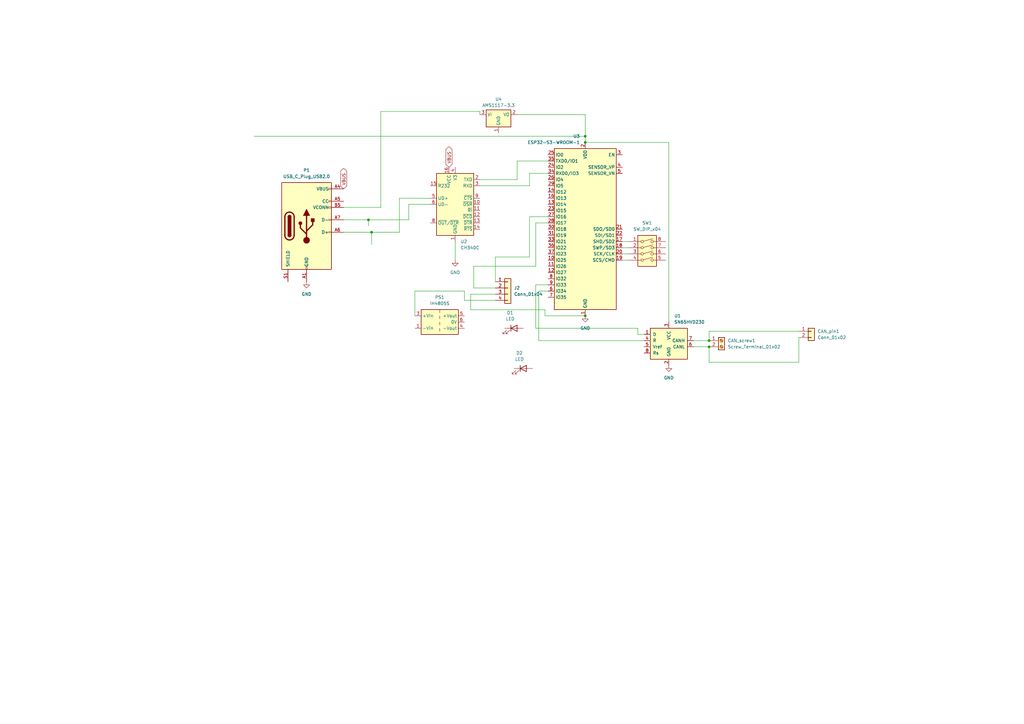
<source format=kicad_sch>
(kicad_sch
	(version 20240812)
	(generator "eeschema")
	(generator_version "8.99")
	(uuid "cc62798d-8c84-4a2a-b5d4-c163819b5186")
	(paper "A3")
	(title_block
		(title "ESP-32 CANBus")
		(date "2024-02-14")
		(rev "0.5")
		(company "Shvm")
	)
	(lib_symbols
		(symbol "Connector:Screw_Terminal_01x02"
			(pin_names
				(offset 1.016) hide)
			(exclude_from_sim no)
			(in_bom yes)
			(on_board yes)
			(property "Reference" "J"
				(at 0 2.54 0)
				(effects
					(font
						(size 1.27 1.27)
					)
				)
			)
			(property "Value" "Screw_Terminal_01x02"
				(at 0 -5.08 0)
				(effects
					(font
						(size 1.27 1.27)
					)
				)
			)
			(property "Footprint" ""
				(at 0 0 0)
				(effects
					(font
						(size 1.27 1.27)
					)
					(hide yes)
				)
			)
			(property "Datasheet" "~"
				(at 0 0 0)
				(effects
					(font
						(size 1.27 1.27)
					)
					(hide yes)
				)
			)
			(property "Description" "Generic screw terminal, single row, 01x02, script generated (kicad-library-utils/schlib/autogen/connector/)"
				(at 0 0 0)
				(effects
					(font
						(size 1.27 1.27)
					)
					(hide yes)
				)
			)
			(property "ki_keywords" "screw terminal"
				(at 0 0 0)
				(effects
					(font
						(size 1.27 1.27)
					)
					(hide yes)
				)
			)
			(property "ki_fp_filters" "TerminalBlock*:*"
				(at 0 0 0)
				(effects
					(font
						(size 1.27 1.27)
					)
					(hide yes)
				)
			)
			(symbol "Screw_Terminal_01x02_1_1"
				(rectangle
					(start -1.27 1.27)
					(end 1.27 -3.81)
					(stroke
						(width 0.254)
						(type default)
					)
					(fill
						(type background)
					)
				)
				(polyline
					(pts
						(xy -0.5334 0.3302) (xy 0.3302 -0.508)
					)
					(stroke
						(width 0.1524)
						(type default)
					)
					(fill
						(type none)
					)
				)
				(polyline
					(pts
						(xy -0.5334 -2.2098) (xy 0.3302 -3.048)
					)
					(stroke
						(width 0.1524)
						(type default)
					)
					(fill
						(type none)
					)
				)
				(polyline
					(pts
						(xy -0.3556 0.508) (xy 0.508 -0.3302)
					)
					(stroke
						(width 0.1524)
						(type default)
					)
					(fill
						(type none)
					)
				)
				(polyline
					(pts
						(xy -0.3556 -2.032) (xy 0.508 -2.8702)
					)
					(stroke
						(width 0.1524)
						(type default)
					)
					(fill
						(type none)
					)
				)
				(circle
					(center 0 0)
					(radius 0.635)
					(stroke
						(width 0.1524)
						(type default)
					)
					(fill
						(type none)
					)
				)
				(circle
					(center 0 -2.54)
					(radius 0.635)
					(stroke
						(width 0.1524)
						(type default)
					)
					(fill
						(type none)
					)
				)
				(pin passive line
					(at -5.08 0 0)
					(length 3.81)
					(name "Pin_1"
						(effects
							(font
								(size 1.27 1.27)
							)
						)
					)
					(number "1"
						(effects
							(font
								(size 1.27 1.27)
							)
						)
					)
				)
				(pin passive line
					(at -5.08 -2.54 0)
					(length 3.81)
					(name "Pin_2"
						(effects
							(font
								(size 1.27 1.27)
							)
						)
					)
					(number "2"
						(effects
							(font
								(size 1.27 1.27)
							)
						)
					)
				)
			)
			(embedded_fonts no)
		)
		(symbol "Connector:USB_C_Plug_USB2.0"
			(pin_names
				(offset 1.016)
			)
			(exclude_from_sim no)
			(in_bom yes)
			(on_board yes)
			(property "Reference" "P"
				(at -10.16 19.05 0)
				(effects
					(font
						(size 1.27 1.27)
					)
					(justify left)
				)
			)
			(property "Value" "USB_C_Plug_USB2.0"
				(at 12.7 19.05 0)
				(effects
					(font
						(size 1.27 1.27)
					)
					(justify right)
				)
			)
			(property "Footprint" ""
				(at 3.81 0 0)
				(effects
					(font
						(size 1.27 1.27)
					)
					(hide yes)
				)
			)
			(property "Datasheet" "https://www.usb.org/sites/default/files/documents/usb_type-c.zip"
				(at 3.81 0 0)
				(effects
					(font
						(size 1.27 1.27)
					)
					(hide yes)
				)
			)
			(property "Description" "USB 2.0-only Type-C Plug connector"
				(at 0 0 0)
				(effects
					(font
						(size 1.27 1.27)
					)
					(hide yes)
				)
			)
			(property "ki_keywords" "usb universal serial bus type-C USB2.0"
				(at 0 0 0)
				(effects
					(font
						(size 1.27 1.27)
					)
					(hide yes)
				)
			)
			(property "ki_fp_filters" "USB*C*Plug*"
				(at 0 0 0)
				(effects
					(font
						(size 1.27 1.27)
					)
					(hide yes)
				)
			)
			(symbol "USB_C_Plug_USB2.0_0_0"
				(rectangle
					(start -0.254 -17.78)
					(end 0.254 -16.764)
					(stroke
						(width 0)
						(type default)
					)
					(fill
						(type none)
					)
				)
				(rectangle
					(start 10.16 15.494)
					(end 9.144 14.986)
					(stroke
						(width 0)
						(type default)
					)
					(fill
						(type none)
					)
				)
				(rectangle
					(start 10.16 10.414)
					(end 9.144 9.906)
					(stroke
						(width 0)
						(type default)
					)
					(fill
						(type none)
					)
				)
				(rectangle
					(start 10.16 7.874)
					(end 9.144 7.366)
					(stroke
						(width 0)
						(type default)
					)
					(fill
						(type none)
					)
				)
				(rectangle
					(start 10.16 2.794)
					(end 9.144 2.286)
					(stroke
						(width 0)
						(type default)
					)
					(fill
						(type none)
					)
				)
				(rectangle
					(start 10.16 -2.286)
					(end 9.144 -2.794)
					(stroke
						(width 0)
						(type default)
					)
					(fill
						(type none)
					)
				)
			)
			(symbol "USB_C_Plug_USB2.0_0_1"
				(rectangle
					(start -10.16 17.78)
					(end 10.16 -17.78)
					(stroke
						(width 0.254)
						(type default)
					)
					(fill
						(type background)
					)
				)
				(polyline
					(pts
						(xy -8.89 -3.81) (xy -8.89 3.81)
					)
					(stroke
						(width 0.508)
						(type default)
					)
					(fill
						(type none)
					)
				)
				(rectangle
					(start -7.62 -3.81)
					(end -6.35 3.81)
					(stroke
						(width 0.254)
						(type default)
					)
					(fill
						(type outline)
					)
				)
				(arc
					(start -7.62 3.81)
					(mid -6.985 4.4423)
					(end -6.35 3.81)
					(stroke
						(width 0.254)
						(type default)
					)
					(fill
						(type outline)
					)
				)
				(arc
					(start -7.62 3.81)
					(mid -6.985 4.4423)
					(end -6.35 3.81)
					(stroke
						(width 0.254)
						(type default)
					)
					(fill
						(type none)
					)
				)
				(arc
					(start -8.89 3.81)
					(mid -6.985 5.7067)
					(end -5.08 3.81)
					(stroke
						(width 0.508)
						(type default)
					)
					(fill
						(type none)
					)
				)
				(arc
					(start -5.08 -3.81)
					(mid -6.985 -5.7067)
					(end -8.89 -3.81)
					(stroke
						(width 0.508)
						(type default)
					)
					(fill
						(type none)
					)
				)
				(arc
					(start -6.35 -3.81)
					(mid -6.985 -4.4423)
					(end -7.62 -3.81)
					(stroke
						(width 0.254)
						(type default)
					)
					(fill
						(type none)
					)
				)
				(arc
					(start -6.35 -3.81)
					(mid -6.985 -4.4423)
					(end -7.62 -3.81)
					(stroke
						(width 0.254)
						(type default)
					)
					(fill
						(type outline)
					)
				)
				(polyline
					(pts
						(xy -5.08 3.81) (xy -5.08 -3.81)
					)
					(stroke
						(width 0.508)
						(type default)
					)
					(fill
						(type none)
					)
				)
				(circle
					(center -2.54 1.143)
					(radius 0.635)
					(stroke
						(width 0.254)
						(type default)
					)
					(fill
						(type outline)
					)
				)
				(polyline
					(pts
						(xy -1.27 4.318) (xy 0 6.858) (xy 1.27 4.318) (xy -1.27 4.318)
					)
					(stroke
						(width 0.254)
						(type default)
					)
					(fill
						(type outline)
					)
				)
				(polyline
					(pts
						(xy 0 -2.032) (xy 2.54 0.508) (xy 2.54 1.778)
					)
					(stroke
						(width 0.508)
						(type default)
					)
					(fill
						(type none)
					)
				)
				(polyline
					(pts
						(xy 0 -3.302) (xy -2.54 -0.762) (xy -2.54 0.508)
					)
					(stroke
						(width 0.508)
						(type default)
					)
					(fill
						(type none)
					)
				)
				(circle
					(center 0 -5.842)
					(radius 1.27)
					(stroke
						(width 0)
						(type default)
					)
					(fill
						(type outline)
					)
				)
				(polyline
					(pts
						(xy 0 -5.842) (xy 0 4.318)
					)
					(stroke
						(width 0.508)
						(type default)
					)
					(fill
						(type none)
					)
				)
				(rectangle
					(start 1.905 1.778)
					(end 3.175 3.048)
					(stroke
						(width 0.254)
						(type default)
					)
					(fill
						(type outline)
					)
				)
			)
			(symbol "USB_C_Plug_USB2.0_1_1"
				(pin passive line
					(at -7.62 -22.86 90)
					(length 5.08)
					(name "SHIELD"
						(effects
							(font
								(size 1.27 1.27)
							)
						)
					)
					(number "S1"
						(effects
							(font
								(size 1.27 1.27)
							)
						)
					)
				)
				(pin passive line
					(at 0 -22.86 90)
					(length 5.08)
					(name "GND"
						(effects
							(font
								(size 1.27 1.27)
							)
						)
					)
					(number "A1"
						(effects
							(font
								(size 1.27 1.27)
							)
						)
					)
				)
				(pin passive line
					(at 0 -22.86 90)
					(length 5.08) hide
					(name "GND"
						(effects
							(font
								(size 1.27 1.27)
							)
						)
					)
					(number "A12"
						(effects
							(font
								(size 1.27 1.27)
							)
						)
					)
				)
				(pin passive line
					(at 0 -22.86 90)
					(length 5.08) hide
					(name "GND"
						(effects
							(font
								(size 1.27 1.27)
							)
						)
					)
					(number "B1"
						(effects
							(font
								(size 1.27 1.27)
							)
						)
					)
				)
				(pin passive line
					(at 0 -22.86 90)
					(length 5.08) hide
					(name "GND"
						(effects
							(font
								(size 1.27 1.27)
							)
						)
					)
					(number "B12"
						(effects
							(font
								(size 1.27 1.27)
							)
						)
					)
				)
				(pin passive line
					(at 15.24 15.24 180)
					(length 5.08)
					(name "VBUS"
						(effects
							(font
								(size 1.27 1.27)
							)
						)
					)
					(number "A4"
						(effects
							(font
								(size 1.27 1.27)
							)
						)
					)
				)
				(pin passive line
					(at 15.24 15.24 180)
					(length 5.08) hide
					(name "VBUS"
						(effects
							(font
								(size 1.27 1.27)
							)
						)
					)
					(number "A9"
						(effects
							(font
								(size 1.27 1.27)
							)
						)
					)
				)
				(pin passive line
					(at 15.24 15.24 180)
					(length 5.08) hide
					(name "VBUS"
						(effects
							(font
								(size 1.27 1.27)
							)
						)
					)
					(number "B4"
						(effects
							(font
								(size 1.27 1.27)
							)
						)
					)
				)
				(pin passive line
					(at 15.24 15.24 180)
					(length 5.08) hide
					(name "VBUS"
						(effects
							(font
								(size 1.27 1.27)
							)
						)
					)
					(number "B9"
						(effects
							(font
								(size 1.27 1.27)
							)
						)
					)
				)
				(pin bidirectional line
					(at 15.24 10.16 180)
					(length 5.08)
					(name "CC"
						(effects
							(font
								(size 1.27 1.27)
							)
						)
					)
					(number "A5"
						(effects
							(font
								(size 1.27 1.27)
							)
						)
					)
				)
				(pin bidirectional line
					(at 15.24 7.62 180)
					(length 5.08)
					(name "VCONN"
						(effects
							(font
								(size 1.27 1.27)
							)
						)
					)
					(number "B5"
						(effects
							(font
								(size 1.27 1.27)
							)
						)
					)
				)
				(pin bidirectional line
					(at 15.24 2.54 180)
					(length 5.08)
					(name "D-"
						(effects
							(font
								(size 1.27 1.27)
							)
						)
					)
					(number "A7"
						(effects
							(font
								(size 1.27 1.27)
							)
						)
					)
				)
				(pin bidirectional line
					(at 15.24 -2.54 180)
					(length 5.08)
					(name "D+"
						(effects
							(font
								(size 1.27 1.27)
							)
						)
					)
					(number "A6"
						(effects
							(font
								(size 1.27 1.27)
							)
						)
					)
				)
			)
			(embedded_fonts no)
		)
		(symbol "Connector_Generic:Conn_01x02"
			(pin_names
				(offset 1.016) hide)
			(exclude_from_sim no)
			(in_bom yes)
			(on_board yes)
			(property "Reference" "J"
				(at 0 2.54 0)
				(effects
					(font
						(size 1.27 1.27)
					)
				)
			)
			(property "Value" "Conn_01x02"
				(at 0 -5.08 0)
				(effects
					(font
						(size 1.27 1.27)
					)
				)
			)
			(property "Footprint" ""
				(at 0 0 0)
				(effects
					(font
						(size 1.27 1.27)
					)
					(hide yes)
				)
			)
			(property "Datasheet" "~"
				(at 0 0 0)
				(effects
					(font
						(size 1.27 1.27)
					)
					(hide yes)
				)
			)
			(property "Description" "Generic connector, single row, 01x02, script generated (kicad-library-utils/schlib/autogen/connector/)"
				(at 0 0 0)
				(effects
					(font
						(size 1.27 1.27)
					)
					(hide yes)
				)
			)
			(property "ki_keywords" "connector"
				(at 0 0 0)
				(effects
					(font
						(size 1.27 1.27)
					)
					(hide yes)
				)
			)
			(property "ki_fp_filters" "Connector*:*_1x??_*"
				(at 0 0 0)
				(effects
					(font
						(size 1.27 1.27)
					)
					(hide yes)
				)
			)
			(symbol "Conn_01x02_1_1"
				(rectangle
					(start -1.27 1.27)
					(end 1.27 -3.81)
					(stroke
						(width 0.254)
						(type default)
					)
					(fill
						(type background)
					)
				)
				(rectangle
					(start -1.27 0.127)
					(end 0 -0.127)
					(stroke
						(width 0.1524)
						(type default)
					)
					(fill
						(type none)
					)
				)
				(rectangle
					(start -1.27 -2.413)
					(end 0 -2.667)
					(stroke
						(width 0.1524)
						(type default)
					)
					(fill
						(type none)
					)
				)
				(pin passive line
					(at -5.08 0 0)
					(length 3.81)
					(name "Pin_1"
						(effects
							(font
								(size 1.27 1.27)
							)
						)
					)
					(number "1"
						(effects
							(font
								(size 1.27 1.27)
							)
						)
					)
				)
				(pin passive line
					(at -5.08 -2.54 0)
					(length 3.81)
					(name "Pin_2"
						(effects
							(font
								(size 1.27 1.27)
							)
						)
					)
					(number "2"
						(effects
							(font
								(size 1.27 1.27)
							)
						)
					)
				)
			)
			(embedded_fonts no)
		)
		(symbol "Connector_Generic:Conn_01x04"
			(pin_names
				(offset 1.016) hide)
			(exclude_from_sim no)
			(in_bom yes)
			(on_board yes)
			(property "Reference" "J"
				(at 0 5.08 0)
				(effects
					(font
						(size 1.27 1.27)
					)
				)
			)
			(property "Value" "Conn_01x04"
				(at 0 -7.62 0)
				(effects
					(font
						(size 1.27 1.27)
					)
				)
			)
			(property "Footprint" ""
				(at 0 0 0)
				(effects
					(font
						(size 1.27 1.27)
					)
					(hide yes)
				)
			)
			(property "Datasheet" "~"
				(at 0 0 0)
				(effects
					(font
						(size 1.27 1.27)
					)
					(hide yes)
				)
			)
			(property "Description" "Generic connector, single row, 01x04, script generated (kicad-library-utils/schlib/autogen/connector/)"
				(at 0 0 0)
				(effects
					(font
						(size 1.27 1.27)
					)
					(hide yes)
				)
			)
			(property "ki_keywords" "connector"
				(at 0 0 0)
				(effects
					(font
						(size 1.27 1.27)
					)
					(hide yes)
				)
			)
			(property "ki_fp_filters" "Connector*:*_1x??_*"
				(at 0 0 0)
				(effects
					(font
						(size 1.27 1.27)
					)
					(hide yes)
				)
			)
			(symbol "Conn_01x04_1_1"
				(rectangle
					(start -1.27 3.81)
					(end 1.27 -6.35)
					(stroke
						(width 0.254)
						(type default)
					)
					(fill
						(type background)
					)
				)
				(rectangle
					(start -1.27 2.667)
					(end 0 2.413)
					(stroke
						(width 0.1524)
						(type default)
					)
					(fill
						(type none)
					)
				)
				(rectangle
					(start -1.27 0.127)
					(end 0 -0.127)
					(stroke
						(width 0.1524)
						(type default)
					)
					(fill
						(type none)
					)
				)
				(rectangle
					(start -1.27 -2.413)
					(end 0 -2.667)
					(stroke
						(width 0.1524)
						(type default)
					)
					(fill
						(type none)
					)
				)
				(rectangle
					(start -1.27 -4.953)
					(end 0 -5.207)
					(stroke
						(width 0.1524)
						(type default)
					)
					(fill
						(type none)
					)
				)
				(pin passive line
					(at -5.08 2.54 0)
					(length 3.81)
					(name "Pin_1"
						(effects
							(font
								(size 1.27 1.27)
							)
						)
					)
					(number "1"
						(effects
							(font
								(size 1.27 1.27)
							)
						)
					)
				)
				(pin passive line
					(at -5.08 0 0)
					(length 3.81)
					(name "Pin_2"
						(effects
							(font
								(size 1.27 1.27)
							)
						)
					)
					(number "2"
						(effects
							(font
								(size 1.27 1.27)
							)
						)
					)
				)
				(pin passive line
					(at -5.08 -2.54 0)
					(length 3.81)
					(name "Pin_3"
						(effects
							(font
								(size 1.27 1.27)
							)
						)
					)
					(number "3"
						(effects
							(font
								(size 1.27 1.27)
							)
						)
					)
				)
				(pin passive line
					(at -5.08 -5.08 0)
					(length 3.81)
					(name "Pin_4"
						(effects
							(font
								(size 1.27 1.27)
							)
						)
					)
					(number "4"
						(effects
							(font
								(size 1.27 1.27)
							)
						)
					)
				)
			)
			(embedded_fonts no)
		)
		(symbol "Converter_DCDC:IH4805DH"
			(exclude_from_sim no)
			(in_bom yes)
			(on_board yes)
			(property "Reference" "PS"
				(at -7.62 6.35 0)
				(effects
					(font
						(size 1.27 1.27)
					)
					(justify left)
				)
			)
			(property "Value" "IH4805DH"
				(at 1.27 6.35 0)
				(effects
					(font
						(size 1.27 1.27)
					)
					(justify left)
				)
			)
			(property "Footprint" "Converter_DCDC:Converter_DCDC_XP_POWER-IHxxxxDH_THT"
				(at -26.67 -6.35 0)
				(effects
					(font
						(size 1.27 1.27)
					)
					(justify left)
					(hide yes)
				)
			)
			(property "Datasheet" "https://www.xppower.com/pdfs/SF_IH.pdf"
				(at 26.67 -7.62 0)
				(effects
					(font
						(size 1.27 1.27)
					)
					(justify left)
					(hide yes)
				)
			)
			(property "Description" "XP Power 2W, 3000-6000 VDC Isolated DC/DC Converter Module, Dual Output Voltage ±5V, ±200mA, 48V Input Voltage, DIP"
				(at 0 0 0)
				(effects
					(font
						(size 1.27 1.27)
					)
					(hide yes)
				)
			)
			(property "ki_keywords" "XP_POWER DC/DC isolated Converter module"
				(at 0 0 0)
				(effects
					(font
						(size 1.27 1.27)
					)
					(hide yes)
				)
			)
			(property "ki_fp_filters" "*XP?POWER?IHxxxxDH*"
				(at 0 0 0)
				(effects
					(font
						(size 1.27 1.27)
					)
					(hide yes)
				)
			)
			(symbol "IH4805DH_0_0"
				(pin power_in line
					(at -10.16 2.54 0)
					(length 2.54)
					(name "+Vin"
						(effects
							(font
								(size 1.27 1.27)
							)
						)
					)
					(number "3"
						(effects
							(font
								(size 1.27 1.27)
							)
						)
					)
				)
				(pin power_in line
					(at -10.16 -2.54 0)
					(length 2.54)
					(name "-Vin"
						(effects
							(font
								(size 1.27 1.27)
							)
						)
					)
					(number "1"
						(effects
							(font
								(size 1.27 1.27)
							)
						)
					)
				)
				(pin power_out line
					(at 10.16 2.54 180)
					(length 2.54)
					(name "+Vout"
						(effects
							(font
								(size 1.27 1.27)
							)
						)
					)
					(number "5"
						(effects
							(font
								(size 1.27 1.27)
							)
						)
					)
				)
				(pin power_out line
					(at 10.16 0 180)
					(length 2.54)
					(name "0V"
						(effects
							(font
								(size 1.27 1.27)
							)
						)
					)
					(number "6"
						(effects
							(font
								(size 1.27 1.27)
							)
						)
					)
				)
				(pin power_out line
					(at 10.16 -2.54 180)
					(length 2.54)
					(name "-Vout"
						(effects
							(font
								(size 1.27 1.27)
							)
						)
					)
					(number "4"
						(effects
							(font
								(size 1.27 1.27)
							)
						)
					)
				)
			)
			(symbol "IH4805DH_0_1"
				(rectangle
					(start -7.62 5.08)
					(end 7.62 -5.08)
					(stroke
						(width 0.254)
						(type default)
					)
					(fill
						(type background)
					)
				)
				(polyline
					(pts
						(xy 0 5.08) (xy 0 3.81)
					)
					(stroke
						(width 0)
						(type default)
					)
					(fill
						(type none)
					)
				)
				(polyline
					(pts
						(xy 0 2.54) (xy 0 1.27)
					)
					(stroke
						(width 0)
						(type default)
					)
					(fill
						(type none)
					)
				)
				(polyline
					(pts
						(xy 0 0) (xy 0 -1.27)
					)
					(stroke
						(width 0)
						(type default)
					)
					(fill
						(type none)
					)
				)
				(polyline
					(pts
						(xy 0 -2.54) (xy 0 -3.81)
					)
					(stroke
						(width 0)
						(type default)
					)
					(fill
						(type none)
					)
				)
			)
			(symbol "IH4805DH_1_1"
				(pin no_connect line
					(at 0 -5.08 90)
					(length 2.54) hide
					(name "NC"
						(effects
							(font
								(size 1.27 1.27)
							)
						)
					)
					(number "2"
						(effects
							(font
								(size 1.27 1.27)
							)
						)
					)
				)
			)
			(embedded_fonts no)
		)
		(symbol "Device:LED"
			(pin_numbers hide)
			(pin_names
				(offset 1.016) hide)
			(exclude_from_sim no)
			(in_bom yes)
			(on_board yes)
			(property "Reference" "D"
				(at 0 2.54 0)
				(effects
					(font
						(size 1.27 1.27)
					)
				)
			)
			(property "Value" "LED"
				(at 0 -2.54 0)
				(effects
					(font
						(size 1.27 1.27)
					)
				)
			)
			(property "Footprint" ""
				(at 0 0 0)
				(effects
					(font
						(size 1.27 1.27)
					)
					(hide yes)
				)
			)
			(property "Datasheet" "~"
				(at 0 0 0)
				(effects
					(font
						(size 1.27 1.27)
					)
					(hide yes)
				)
			)
			(property "Description" "Light emitting diode"
				(at 0 0 0)
				(effects
					(font
						(size 1.27 1.27)
					)
					(hide yes)
				)
			)
			(property "ki_keywords" "LED diode"
				(at 0 0 0)
				(effects
					(font
						(size 1.27 1.27)
					)
					(hide yes)
				)
			)
			(property "ki_fp_filters" "LED* LED_SMD:* LED_THT:*"
				(at 0 0 0)
				(effects
					(font
						(size 1.27 1.27)
					)
					(hide yes)
				)
			)
			(symbol "LED_0_1"
				(polyline
					(pts
						(xy -3.048 -0.762) (xy -4.572 -2.286) (xy -3.81 -2.286) (xy -4.572 -2.286) (xy -4.572 -1.524)
					)
					(stroke
						(width 0)
						(type default)
					)
					(fill
						(type none)
					)
				)
				(polyline
					(pts
						(xy -1.778 -0.762) (xy -3.302 -2.286) (xy -2.54 -2.286) (xy -3.302 -2.286) (xy -3.302 -1.524)
					)
					(stroke
						(width 0)
						(type default)
					)
					(fill
						(type none)
					)
				)
				(polyline
					(pts
						(xy -1.27 0) (xy 1.27 0)
					)
					(stroke
						(width 0)
						(type default)
					)
					(fill
						(type none)
					)
				)
				(polyline
					(pts
						(xy -1.27 -1.27) (xy -1.27 1.27)
					)
					(stroke
						(width 0.254)
						(type default)
					)
					(fill
						(type none)
					)
				)
				(polyline
					(pts
						(xy 1.27 -1.27) (xy 1.27 1.27) (xy -1.27 0) (xy 1.27 -1.27)
					)
					(stroke
						(width 0.254)
						(type default)
					)
					(fill
						(type none)
					)
				)
			)
			(symbol "LED_1_1"
				(pin passive line
					(at -3.81 0 0)
					(length 2.54)
					(name "K"
						(effects
							(font
								(size 1.27 1.27)
							)
						)
					)
					(number "1"
						(effects
							(font
								(size 1.27 1.27)
							)
						)
					)
				)
				(pin passive line
					(at 3.81 0 180)
					(length 2.54)
					(name "A"
						(effects
							(font
								(size 1.27 1.27)
							)
						)
					)
					(number "2"
						(effects
							(font
								(size 1.27 1.27)
							)
						)
					)
				)
			)
			(embedded_fonts no)
		)
		(symbol "Interface_CAN_LIN:SN65HVD230"
			(pin_names
				(offset 1.016)
			)
			(exclude_from_sim no)
			(in_bom yes)
			(on_board yes)
			(property "Reference" "U"
				(at -2.54 10.16 0)
				(effects
					(font
						(size 1.27 1.27)
					)
					(justify right)
				)
			)
			(property "Value" "SN65HVD230"
				(at -2.54 7.62 0)
				(effects
					(font
						(size 1.27 1.27)
					)
					(justify right)
				)
			)
			(property "Footprint" "Package_SO:SOIC-8_3.9x4.9mm_P1.27mm"
				(at 0 -12.7 0)
				(effects
					(font
						(size 1.27 1.27)
					)
					(hide yes)
				)
			)
			(property "Datasheet" "http://www.ti.com/lit/ds/symlink/sn65hvd230.pdf"
				(at -2.54 10.16 0)
				(effects
					(font
						(size 1.27 1.27)
					)
					(hide yes)
				)
			)
			(property "Description" "CAN Bus Transceivers, 3.3V, 1Mbps, Low-Power capabilities, SOIC-8"
				(at 0 0 0)
				(effects
					(font
						(size 1.27 1.27)
					)
					(hide yes)
				)
			)
			(property "ki_keywords" "can transeiver ti low-power"
				(at 0 0 0)
				(effects
					(font
						(size 1.27 1.27)
					)
					(hide yes)
				)
			)
			(property "ki_fp_filters" "SOIC*3.9x4.9mm*P1.27mm*"
				(at 0 0 0)
				(effects
					(font
						(size 1.27 1.27)
					)
					(hide yes)
				)
			)
			(symbol "SN65HVD230_0_1"
				(rectangle
					(start -7.62 5.08)
					(end 7.62 -7.62)
					(stroke
						(width 0.254)
						(type default)
					)
					(fill
						(type background)
					)
				)
			)
			(symbol "SN65HVD230_1_1"
				(pin input line
					(at -10.16 2.54 0)
					(length 2.54)
					(name "D"
						(effects
							(font
								(size 1.27 1.27)
							)
						)
					)
					(number "1"
						(effects
							(font
								(size 1.27 1.27)
							)
						)
					)
				)
				(pin output line
					(at -10.16 0 0)
					(length 2.54)
					(name "R"
						(effects
							(font
								(size 1.27 1.27)
							)
						)
					)
					(number "4"
						(effects
							(font
								(size 1.27 1.27)
							)
						)
					)
				)
				(pin output line
					(at -10.16 -2.54 0)
					(length 2.54)
					(name "Vref"
						(effects
							(font
								(size 1.27 1.27)
							)
						)
					)
					(number "5"
						(effects
							(font
								(size 1.27 1.27)
							)
						)
					)
				)
				(pin input line
					(at -10.16 -5.08 0)
					(length 2.54)
					(name "Rs"
						(effects
							(font
								(size 1.27 1.27)
							)
						)
					)
					(number "8"
						(effects
							(font
								(size 1.27 1.27)
							)
						)
					)
				)
				(pin power_in line
					(at 0 7.62 270)
					(length 2.54)
					(name "VCC"
						(effects
							(font
								(size 1.27 1.27)
							)
						)
					)
					(number "3"
						(effects
							(font
								(size 1.27 1.27)
							)
						)
					)
				)
				(pin power_in line
					(at 0 -10.16 90)
					(length 2.54)
					(name "GND"
						(effects
							(font
								(size 1.27 1.27)
							)
						)
					)
					(number "2"
						(effects
							(font
								(size 1.27 1.27)
							)
						)
					)
				)
				(pin bidirectional line
					(at 10.16 0 180)
					(length 2.54)
					(name "CANH"
						(effects
							(font
								(size 1.27 1.27)
							)
						)
					)
					(number "7"
						(effects
							(font
								(size 1.27 1.27)
							)
						)
					)
				)
				(pin bidirectional line
					(at 10.16 -2.54 180)
					(length 2.54)
					(name "CANL"
						(effects
							(font
								(size 1.27 1.27)
							)
						)
					)
					(number "6"
						(effects
							(font
								(size 1.27 1.27)
							)
						)
					)
				)
			)
			(embedded_fonts no)
		)
		(symbol "Interface_USB:CH340C"
			(exclude_from_sim no)
			(in_bom yes)
			(on_board yes)
			(property "Reference" "U"
				(at -5.08 13.97 0)
				(effects
					(font
						(size 1.27 1.27)
					)
					(justify right)
				)
			)
			(property "Value" "CH340C"
				(at 1.27 13.97 0)
				(effects
					(font
						(size 1.27 1.27)
					)
					(justify left)
				)
			)
			(property "Footprint" "Package_SO:SOIC-16_3.9x9.9mm_P1.27mm"
				(at 1.27 -13.97 0)
				(effects
					(font
						(size 1.27 1.27)
					)
					(justify left)
					(hide yes)
				)
			)
			(property "Datasheet" "https://datasheet.lcsc.com/szlcsc/Jiangsu-Qin-Heng-CH340C_C84681.pdf"
				(at -8.89 20.32 0)
				(effects
					(font
						(size 1.27 1.27)
					)
					(hide yes)
				)
			)
			(property "Description" "USB serial converter, UART, SOIC-16"
				(at 0 0 0)
				(effects
					(font
						(size 1.27 1.27)
					)
					(hide yes)
				)
			)
			(property "ki_keywords" "USB UART Serial Converter Interface"
				(at 0 0 0)
				(effects
					(font
						(size 1.27 1.27)
					)
					(hide yes)
				)
			)
			(property "ki_fp_filters" "SOIC*3.9x9.9mm*P1.27mm*"
				(at 0 0 0)
				(effects
					(font
						(size 1.27 1.27)
					)
					(hide yes)
				)
			)
			(symbol "CH340C_0_1"
				(rectangle
					(start -7.62 12.7)
					(end 7.62 -12.7)
					(stroke
						(width 0.254)
						(type default)
					)
					(fill
						(type background)
					)
				)
			)
			(symbol "CH340C_1_1"
				(pin input line
					(at -10.16 7.62 0)
					(length 2.54)
					(name "R232"
						(effects
							(font
								(size 1.27 1.27)
							)
						)
					)
					(number "15"
						(effects
							(font
								(size 1.27 1.27)
							)
						)
					)
				)
				(pin bidirectional line
					(at -10.16 2.54 0)
					(length 2.54)
					(name "UD+"
						(effects
							(font
								(size 1.27 1.27)
							)
						)
					)
					(number "5"
						(effects
							(font
								(size 1.27 1.27)
							)
						)
					)
				)
				(pin bidirectional line
					(at -10.16 0 0)
					(length 2.54)
					(name "UD-"
						(effects
							(font
								(size 1.27 1.27)
							)
						)
					)
					(number "6"
						(effects
							(font
								(size 1.27 1.27)
							)
						)
					)
				)
				(pin output line
					(at -10.16 -7.62 0)
					(length 2.54)
					(name "~{OUT}/~{DTR}"
						(effects
							(font
								(size 1.27 1.27)
							)
						)
					)
					(number "8"
						(effects
							(font
								(size 1.27 1.27)
							)
						)
					)
				)
				(pin no_connect line
					(at -7.62 -5.08 0)
					(length 2.54) hide
					(name "NC"
						(effects
							(font
								(size 1.27 1.27)
							)
						)
					)
					(number "7"
						(effects
							(font
								(size 1.27 1.27)
							)
						)
					)
				)
				(pin power_in line
					(at -2.54 15.24 270)
					(length 2.54)
					(name "VCC"
						(effects
							(font
								(size 1.27 1.27)
							)
						)
					)
					(number "16"
						(effects
							(font
								(size 1.27 1.27)
							)
						)
					)
				)
				(pin power_out line
					(at 0 15.24 270)
					(length 2.54)
					(name "V3"
						(effects
							(font
								(size 1.27 1.27)
							)
						)
					)
					(number "4"
						(effects
							(font
								(size 1.27 1.27)
							)
						)
					)
				)
				(pin power_in line
					(at 0 -15.24 90)
					(length 2.54)
					(name "GND"
						(effects
							(font
								(size 1.27 1.27)
							)
						)
					)
					(number "1"
						(effects
							(font
								(size 1.27 1.27)
							)
						)
					)
				)
				(pin output line
					(at 10.16 10.16 180)
					(length 2.54)
					(name "TXD"
						(effects
							(font
								(size 1.27 1.27)
							)
						)
					)
					(number "2"
						(effects
							(font
								(size 1.27 1.27)
							)
						)
					)
				)
				(pin input line
					(at 10.16 7.62 180)
					(length 2.54)
					(name "RXD"
						(effects
							(font
								(size 1.27 1.27)
							)
						)
					)
					(number "3"
						(effects
							(font
								(size 1.27 1.27)
							)
						)
					)
				)
				(pin input line
					(at 10.16 2.54 180)
					(length 2.54)
					(name "~{CTS}"
						(effects
							(font
								(size 1.27 1.27)
							)
						)
					)
					(number "9"
						(effects
							(font
								(size 1.27 1.27)
							)
						)
					)
				)
				(pin input line
					(at 10.16 0 180)
					(length 2.54)
					(name "~{DSR}"
						(effects
							(font
								(size 1.27 1.27)
							)
						)
					)
					(number "10"
						(effects
							(font
								(size 1.27 1.27)
							)
						)
					)
				)
				(pin input line
					(at 10.16 -2.54 180)
					(length 2.54)
					(name "~{RI}"
						(effects
							(font
								(size 1.27 1.27)
							)
						)
					)
					(number "11"
						(effects
							(font
								(size 1.27 1.27)
							)
						)
					)
				)
				(pin input line
					(at 10.16 -5.08 180)
					(length 2.54)
					(name "~{DCD}"
						(effects
							(font
								(size 1.27 1.27)
							)
						)
					)
					(number "12"
						(effects
							(font
								(size 1.27 1.27)
							)
						)
					)
				)
				(pin output line
					(at 10.16 -7.62 180)
					(length 2.54)
					(name "~{DTR}"
						(effects
							(font
								(size 1.27 1.27)
							)
						)
					)
					(number "13"
						(effects
							(font
								(size 1.27 1.27)
							)
						)
					)
				)
				(pin output line
					(at 10.16 -10.16 180)
					(length 2.54)
					(name "~{RTS}"
						(effects
							(font
								(size 1.27 1.27)
							)
						)
					)
					(number "14"
						(effects
							(font
								(size 1.27 1.27)
							)
						)
					)
				)
			)
			(embedded_fonts no)
		)
		(symbol "RF_Module:ESP32-WROOM-32"
			(exclude_from_sim no)
			(in_bom yes)
			(on_board yes)
			(property "Reference" "U"
				(at -12.7 34.29 0)
				(effects
					(font
						(size 1.27 1.27)
					)
					(justify left)
				)
			)
			(property "Value" "ESP32-WROOM-32"
				(at 1.27 34.29 0)
				(effects
					(font
						(size 1.27 1.27)
					)
					(justify left)
				)
			)
			(property "Footprint" "RF_Module:ESP32-WROOM-32"
				(at 0 -38.1 0)
				(effects
					(font
						(size 1.27 1.27)
					)
					(hide yes)
				)
			)
			(property "Datasheet" "https://www.espressif.com/sites/default/files/documentation/esp32-wroom-32_datasheet_en.pdf"
				(at -7.62 1.27 0)
				(effects
					(font
						(size 1.27 1.27)
					)
					(hide yes)
				)
			)
			(property "Description" "RF Module, ESP32-D0WDQ6 SoC, Wi-Fi 802.11b/g/n, Bluetooth, BLE, 32-bit, 2.7-3.6V, onboard antenna, SMD"
				(at 0 0 0)
				(effects
					(font
						(size 1.27 1.27)
					)
					(hide yes)
				)
			)
			(property "ki_keywords" "RF Radio BT ESP ESP32 Espressif onboard PCB antenna"
				(at 0 0 0)
				(effects
					(font
						(size 1.27 1.27)
					)
					(hide yes)
				)
			)
			(property "ki_fp_filters" "ESP32?WROOM?32*"
				(at 0 0 0)
				(effects
					(font
						(size 1.27 1.27)
					)
					(hide yes)
				)
			)
			(symbol "ESP32-WROOM-32_0_1"
				(rectangle
					(start -12.7 33.02)
					(end 12.7 -33.02)
					(stroke
						(width 0.254)
						(type default)
					)
					(fill
						(type background)
					)
				)
			)
			(symbol "ESP32-WROOM-32_1_1"
				(pin input line
					(at -15.24 30.48 0)
					(length 2.54)
					(name "EN"
						(effects
							(font
								(size 1.27 1.27)
							)
						)
					)
					(number "3"
						(effects
							(font
								(size 1.27 1.27)
							)
						)
					)
				)
				(pin input line
					(at -15.24 25.4 0)
					(length 2.54)
					(name "SENSOR_VP"
						(effects
							(font
								(size 1.27 1.27)
							)
						)
					)
					(number "4"
						(effects
							(font
								(size 1.27 1.27)
							)
						)
					)
				)
				(pin input line
					(at -15.24 22.86 0)
					(length 2.54)
					(name "SENSOR_VN"
						(effects
							(font
								(size 1.27 1.27)
							)
						)
					)
					(number "5"
						(effects
							(font
								(size 1.27 1.27)
							)
						)
					)
				)
				(pin bidirectional line
					(at -15.24 0 0)
					(length 2.54)
					(name "SDO/SD0"
						(effects
							(font
								(size 1.27 1.27)
							)
						)
					)
					(number "21"
						(effects
							(font
								(size 1.27 1.27)
							)
						)
					)
				)
				(pin bidirectional line
					(at -15.24 -2.54 0)
					(length 2.54)
					(name "SDI/SD1"
						(effects
							(font
								(size 1.27 1.27)
							)
						)
					)
					(number "22"
						(effects
							(font
								(size 1.27 1.27)
							)
						)
					)
				)
				(pin bidirectional line
					(at -15.24 -5.08 0)
					(length 2.54)
					(name "SHD/SD2"
						(effects
							(font
								(size 1.27 1.27)
							)
						)
					)
					(number "17"
						(effects
							(font
								(size 1.27 1.27)
							)
						)
					)
				)
				(pin bidirectional line
					(at -15.24 -7.62 0)
					(length 2.54)
					(name "SWP/SD3"
						(effects
							(font
								(size 1.27 1.27)
							)
						)
					)
					(number "18"
						(effects
							(font
								(size 1.27 1.27)
							)
						)
					)
				)
				(pin bidirectional line
					(at -15.24 -10.16 0)
					(length 2.54)
					(name "SCK/CLK"
						(effects
							(font
								(size 1.27 1.27)
							)
						)
					)
					(number "20"
						(effects
							(font
								(size 1.27 1.27)
							)
						)
					)
				)
				(pin bidirectional line
					(at -15.24 -12.7 0)
					(length 2.54)
					(name "SCS/CMD"
						(effects
							(font
								(size 1.27 1.27)
							)
						)
					)
					(number "19"
						(effects
							(font
								(size 1.27 1.27)
							)
						)
					)
				)
				(pin no_connect line
					(at -12.7 -27.94 0)
					(length 2.54) hide
					(name "NC"
						(effects
							(font
								(size 1.27 1.27)
							)
						)
					)
					(number "32"
						(effects
							(font
								(size 1.27 1.27)
							)
						)
					)
				)
				(pin power_in line
					(at 0 35.56 270)
					(length 2.54)
					(name "VDD"
						(effects
							(font
								(size 1.27 1.27)
							)
						)
					)
					(number "2"
						(effects
							(font
								(size 1.27 1.27)
							)
						)
					)
				)
				(pin power_in line
					(at 0 -35.56 90)
					(length 2.54)
					(name "GND"
						(effects
							(font
								(size 1.27 1.27)
							)
						)
					)
					(number "1"
						(effects
							(font
								(size 1.27 1.27)
							)
						)
					)
				)
				(pin passive line
					(at 0 -35.56 90)
					(length 2.54) hide
					(name "GND"
						(effects
							(font
								(size 1.27 1.27)
							)
						)
					)
					(number "15"
						(effects
							(font
								(size 1.27 1.27)
							)
						)
					)
				)
				(pin passive line
					(at 0 -35.56 90)
					(length 2.54) hide
					(name "GND"
						(effects
							(font
								(size 1.27 1.27)
							)
						)
					)
					(number "38"
						(effects
							(font
								(size 1.27 1.27)
							)
						)
					)
				)
				(pin passive line
					(at 0 -35.56 90)
					(length 2.54) hide
					(name "GND"
						(effects
							(font
								(size 1.27 1.27)
							)
						)
					)
					(number "39"
						(effects
							(font
								(size 1.27 1.27)
							)
						)
					)
				)
				(pin bidirectional line
					(at 15.24 30.48 180)
					(length 2.54)
					(name "IO0"
						(effects
							(font
								(size 1.27 1.27)
							)
						)
					)
					(number "25"
						(effects
							(font
								(size 1.27 1.27)
							)
						)
					)
				)
				(pin bidirectional line
					(at 15.24 27.94 180)
					(length 2.54)
					(name "TXD0/IO1"
						(effects
							(font
								(size 1.27 1.27)
							)
						)
					)
					(number "35"
						(effects
							(font
								(size 1.27 1.27)
							)
						)
					)
				)
				(pin bidirectional line
					(at 15.24 25.4 180)
					(length 2.54)
					(name "IO2"
						(effects
							(font
								(size 1.27 1.27)
							)
						)
					)
					(number "24"
						(effects
							(font
								(size 1.27 1.27)
							)
						)
					)
				)
				(pin bidirectional line
					(at 15.24 22.86 180)
					(length 2.54)
					(name "RXD0/IO3"
						(effects
							(font
								(size 1.27 1.27)
							)
						)
					)
					(number "34"
						(effects
							(font
								(size 1.27 1.27)
							)
						)
					)
				)
				(pin bidirectional line
					(at 15.24 20.32 180)
					(length 2.54)
					(name "IO4"
						(effects
							(font
								(size 1.27 1.27)
							)
						)
					)
					(number "26"
						(effects
							(font
								(size 1.27 1.27)
							)
						)
					)
				)
				(pin bidirectional line
					(at 15.24 17.78 180)
					(length 2.54)
					(name "IO5"
						(effects
							(font
								(size 1.27 1.27)
							)
						)
					)
					(number "29"
						(effects
							(font
								(size 1.27 1.27)
							)
						)
					)
				)
				(pin bidirectional line
					(at 15.24 15.24 180)
					(length 2.54)
					(name "IO12"
						(effects
							(font
								(size 1.27 1.27)
							)
						)
					)
					(number "14"
						(effects
							(font
								(size 1.27 1.27)
							)
						)
					)
				)
				(pin bidirectional line
					(at 15.24 12.7 180)
					(length 2.54)
					(name "IO13"
						(effects
							(font
								(size 1.27 1.27)
							)
						)
					)
					(number "16"
						(effects
							(font
								(size 1.27 1.27)
							)
						)
					)
				)
				(pin bidirectional line
					(at 15.24 10.16 180)
					(length 2.54)
					(name "IO14"
						(effects
							(font
								(size 1.27 1.27)
							)
						)
					)
					(number "13"
						(effects
							(font
								(size 1.27 1.27)
							)
						)
					)
				)
				(pin bidirectional line
					(at 15.24 7.62 180)
					(length 2.54)
					(name "IO15"
						(effects
							(font
								(size 1.27 1.27)
							)
						)
					)
					(number "23"
						(effects
							(font
								(size 1.27 1.27)
							)
						)
					)
				)
				(pin bidirectional line
					(at 15.24 5.08 180)
					(length 2.54)
					(name "IO16"
						(effects
							(font
								(size 1.27 1.27)
							)
						)
					)
					(number "27"
						(effects
							(font
								(size 1.27 1.27)
							)
						)
					)
				)
				(pin bidirectional line
					(at 15.24 2.54 180)
					(length 2.54)
					(name "IO17"
						(effects
							(font
								(size 1.27 1.27)
							)
						)
					)
					(number "28"
						(effects
							(font
								(size 1.27 1.27)
							)
						)
					)
				)
				(pin bidirectional line
					(at 15.24 0 180)
					(length 2.54)
					(name "IO18"
						(effects
							(font
								(size 1.27 1.27)
							)
						)
					)
					(number "30"
						(effects
							(font
								(size 1.27 1.27)
							)
						)
					)
				)
				(pin bidirectional line
					(at 15.24 -2.54 180)
					(length 2.54)
					(name "IO19"
						(effects
							(font
								(size 1.27 1.27)
							)
						)
					)
					(number "31"
						(effects
							(font
								(size 1.27 1.27)
							)
						)
					)
				)
				(pin bidirectional line
					(at 15.24 -5.08 180)
					(length 2.54)
					(name "IO21"
						(effects
							(font
								(size 1.27 1.27)
							)
						)
					)
					(number "33"
						(effects
							(font
								(size 1.27 1.27)
							)
						)
					)
				)
				(pin bidirectional line
					(at 15.24 -7.62 180)
					(length 2.54)
					(name "IO22"
						(effects
							(font
								(size 1.27 1.27)
							)
						)
					)
					(number "36"
						(effects
							(font
								(size 1.27 1.27)
							)
						)
					)
				)
				(pin bidirectional line
					(at 15.24 -10.16 180)
					(length 2.54)
					(name "IO23"
						(effects
							(font
								(size 1.27 1.27)
							)
						)
					)
					(number "37"
						(effects
							(font
								(size 1.27 1.27)
							)
						)
					)
				)
				(pin bidirectional line
					(at 15.24 -12.7 180)
					(length 2.54)
					(name "IO25"
						(effects
							(font
								(size 1.27 1.27)
							)
						)
					)
					(number "10"
						(effects
							(font
								(size 1.27 1.27)
							)
						)
					)
				)
				(pin bidirectional line
					(at 15.24 -15.24 180)
					(length 2.54)
					(name "IO26"
						(effects
							(font
								(size 1.27 1.27)
							)
						)
					)
					(number "11"
						(effects
							(font
								(size 1.27 1.27)
							)
						)
					)
				)
				(pin bidirectional line
					(at 15.24 -17.78 180)
					(length 2.54)
					(name "IO27"
						(effects
							(font
								(size 1.27 1.27)
							)
						)
					)
					(number "12"
						(effects
							(font
								(size 1.27 1.27)
							)
						)
					)
				)
				(pin bidirectional line
					(at 15.24 -20.32 180)
					(length 2.54)
					(name "IO32"
						(effects
							(font
								(size 1.27 1.27)
							)
						)
					)
					(number "8"
						(effects
							(font
								(size 1.27 1.27)
							)
						)
					)
				)
				(pin bidirectional line
					(at 15.24 -22.86 180)
					(length 2.54)
					(name "IO33"
						(effects
							(font
								(size 1.27 1.27)
							)
						)
					)
					(number "9"
						(effects
							(font
								(size 1.27 1.27)
							)
						)
					)
				)
				(pin input line
					(at 15.24 -25.4 180)
					(length 2.54)
					(name "IO34"
						(effects
							(font
								(size 1.27 1.27)
							)
						)
					)
					(number "6"
						(effects
							(font
								(size 1.27 1.27)
							)
						)
					)
				)
				(pin input line
					(at 15.24 -27.94 180)
					(length 2.54)
					(name "IO35"
						(effects
							(font
								(size 1.27 1.27)
							)
						)
					)
					(number "7"
						(effects
							(font
								(size 1.27 1.27)
							)
						)
					)
				)
			)
			(embedded_fonts no)
		)
		(symbol "Regulator_Linear:AMS1117-3.3"
			(exclude_from_sim no)
			(in_bom yes)
			(on_board yes)
			(property "Reference" "U"
				(at -3.81 3.175 0)
				(effects
					(font
						(size 1.27 1.27)
					)
				)
			)
			(property "Value" "AMS1117-3.3"
				(at 0 3.175 0)
				(effects
					(font
						(size 1.27 1.27)
					)
					(justify left)
				)
			)
			(property "Footprint" "Package_TO_SOT_SMD:SOT-223-3_TabPin2"
				(at 0 5.08 0)
				(effects
					(font
						(size 1.27 1.27)
					)
					(hide yes)
				)
			)
			(property "Datasheet" "http://www.advanced-monolithic.com/pdf/ds1117.pdf"
				(at 2.54 -6.35 0)
				(effects
					(font
						(size 1.27 1.27)
					)
					(hide yes)
				)
			)
			(property "Description" "1A Low Dropout regulator, positive, 3.3V fixed output, SOT-223"
				(at 0 0 0)
				(effects
					(font
						(size 1.27 1.27)
					)
					(hide yes)
				)
			)
			(property "ki_keywords" "linear regulator ldo fixed positive"
				(at 0 0 0)
				(effects
					(font
						(size 1.27 1.27)
					)
					(hide yes)
				)
			)
			(property "ki_fp_filters" "SOT?223*TabPin2*"
				(at 0 0 0)
				(effects
					(font
						(size 1.27 1.27)
					)
					(hide yes)
				)
			)
			(symbol "AMS1117-3.3_0_1"
				(rectangle
					(start -5.08 -5.08)
					(end 5.08 1.905)
					(stroke
						(width 0.254)
						(type default)
					)
					(fill
						(type background)
					)
				)
			)
			(symbol "AMS1117-3.3_1_1"
				(pin power_in line
					(at -7.62 0 0)
					(length 2.54)
					(name "VI"
						(effects
							(font
								(size 1.27 1.27)
							)
						)
					)
					(number "3"
						(effects
							(font
								(size 1.27 1.27)
							)
						)
					)
				)
				(pin power_in line
					(at 0 -7.62 90)
					(length 2.54)
					(name "GND"
						(effects
							(font
								(size 1.27 1.27)
							)
						)
					)
					(number "1"
						(effects
							(font
								(size 1.27 1.27)
							)
						)
					)
				)
				(pin power_out line
					(at 7.62 0 180)
					(length 2.54)
					(name "VO"
						(effects
							(font
								(size 1.27 1.27)
							)
						)
					)
					(number "2"
						(effects
							(font
								(size 1.27 1.27)
							)
						)
					)
				)
			)
			(embedded_fonts no)
		)
		(symbol "Switch:SW_DIP_x04"
			(pin_names
				(offset 0) hide)
			(exclude_from_sim no)
			(in_bom yes)
			(on_board yes)
			(property "Reference" "SW"
				(at 0 8.89 0)
				(effects
					(font
						(size 1.27 1.27)
					)
				)
			)
			(property "Value" "SW_DIP_x04"
				(at 0 -6.35 0)
				(effects
					(font
						(size 1.27 1.27)
					)
				)
			)
			(property "Footprint" ""
				(at 0 0 0)
				(effects
					(font
						(size 1.27 1.27)
					)
					(hide yes)
				)
			)
			(property "Datasheet" "~"
				(at 0 0 0)
				(effects
					(font
						(size 1.27 1.27)
					)
					(hide yes)
				)
			)
			(property "Description" "4x DIP Switch, Single Pole Single Throw (SPST) switch, small symbol"
				(at 0 0 0)
				(effects
					(font
						(size 1.27 1.27)
					)
					(hide yes)
				)
			)
			(property "ki_keywords" "dip switch"
				(at 0 0 0)
				(effects
					(font
						(size 1.27 1.27)
					)
					(hide yes)
				)
			)
			(property "ki_fp_filters" "SW?DIP?x4*"
				(at 0 0 0)
				(effects
					(font
						(size 1.27 1.27)
					)
					(hide yes)
				)
			)
			(symbol "SW_DIP_x04_0_0"
				(circle
					(center -2.032 5.08)
					(radius 0.508)
					(stroke
						(width 0)
						(type default)
					)
					(fill
						(type none)
					)
				)
				(circle
					(center -2.032 2.54)
					(radius 0.508)
					(stroke
						(width 0)
						(type default)
					)
					(fill
						(type none)
					)
				)
				(circle
					(center -2.032 0)
					(radius 0.508)
					(stroke
						(width 0)
						(type default)
					)
					(fill
						(type none)
					)
				)
				(circle
					(center -2.032 -2.54)
					(radius 0.508)
					(stroke
						(width 0)
						(type default)
					)
					(fill
						(type none)
					)
				)
				(polyline
					(pts
						(xy -1.524 5.207) (xy 2.3622 6.2484)
					)
					(stroke
						(width 0)
						(type default)
					)
					(fill
						(type none)
					)
				)
				(polyline
					(pts
						(xy -1.524 2.667) (xy 2.3622 3.7084)
					)
					(stroke
						(width 0)
						(type default)
					)
					(fill
						(type none)
					)
				)
				(polyline
					(pts
						(xy -1.524 0.127) (xy 2.3622 1.1684)
					)
					(stroke
						(width 0)
						(type default)
					)
					(fill
						(type none)
					)
				)
				(polyline
					(pts
						(xy -1.524 -2.3876) (xy 2.3622 -1.3462)
					)
					(stroke
						(width 0)
						(type default)
					)
					(fill
						(type none)
					)
				)
				(circle
					(center 2.032 5.08)
					(radius 0.508)
					(stroke
						(width 0)
						(type default)
					)
					(fill
						(type none)
					)
				)
				(circle
					(center 2.032 2.54)
					(radius 0.508)
					(stroke
						(width 0)
						(type default)
					)
					(fill
						(type none)
					)
				)
				(circle
					(center 2.032 0)
					(radius 0.508)
					(stroke
						(width 0)
						(type default)
					)
					(fill
						(type none)
					)
				)
				(circle
					(center 2.032 -2.54)
					(radius 0.508)
					(stroke
						(width 0)
						(type default)
					)
					(fill
						(type none)
					)
				)
			)
			(symbol "SW_DIP_x04_0_1"
				(rectangle
					(start -3.81 7.62)
					(end 3.81 -5.08)
					(stroke
						(width 0.254)
						(type default)
					)
					(fill
						(type background)
					)
				)
			)
			(symbol "SW_DIP_x04_1_1"
				(pin passive line
					(at -7.62 5.08 0)
					(length 5.08)
					(name "~"
						(effects
							(font
								(size 1.27 1.27)
							)
						)
					)
					(number "1"
						(effects
							(font
								(size 1.27 1.27)
							)
						)
					)
				)
				(pin passive line
					(at -7.62 2.54 0)
					(length 5.08)
					(name "~"
						(effects
							(font
								(size 1.27 1.27)
							)
						)
					)
					(number "2"
						(effects
							(font
								(size 1.27 1.27)
							)
						)
					)
				)
				(pin passive line
					(at -7.62 0 0)
					(length 5.08)
					(name "~"
						(effects
							(font
								(size 1.27 1.27)
							)
						)
					)
					(number "3"
						(effects
							(font
								(size 1.27 1.27)
							)
						)
					)
				)
				(pin passive line
					(at -7.62 -2.54 0)
					(length 5.08)
					(name "~"
						(effects
							(font
								(size 1.27 1.27)
							)
						)
					)
					(number "4"
						(effects
							(font
								(size 1.27 1.27)
							)
						)
					)
				)
				(pin passive line
					(at 7.62 5.08 180)
					(length 5.08)
					(name "~"
						(effects
							(font
								(size 1.27 1.27)
							)
						)
					)
					(number "8"
						(effects
							(font
								(size 1.27 1.27)
							)
						)
					)
				)
				(pin passive line
					(at 7.62 2.54 180)
					(length 5.08)
					(name "~"
						(effects
							(font
								(size 1.27 1.27)
							)
						)
					)
					(number "7"
						(effects
							(font
								(size 1.27 1.27)
							)
						)
					)
				)
				(pin passive line
					(at 7.62 0 180)
					(length 5.08)
					(name "~"
						(effects
							(font
								(size 1.27 1.27)
							)
						)
					)
					(number "6"
						(effects
							(font
								(size 1.27 1.27)
							)
						)
					)
				)
				(pin passive line
					(at 7.62 -2.54 180)
					(length 5.08)
					(name "~"
						(effects
							(font
								(size 1.27 1.27)
							)
						)
					)
					(number "5"
						(effects
							(font
								(size 1.27 1.27)
							)
						)
					)
				)
			)
			(embedded_fonts no)
		)
		(symbol "power:GND"
			(power)
			(pin_names
				(offset 0)
			)
			(exclude_from_sim no)
			(in_bom yes)
			(on_board yes)
			(property "Reference" "#PWR"
				(at 0 -6.35 0)
				(effects
					(font
						(size 1.27 1.27)
					)
					(hide yes)
				)
			)
			(property "Value" "GND"
				(at 0 -3.81 0)
				(effects
					(font
						(size 1.27 1.27)
					)
				)
			)
			(property "Footprint" ""
				(at 0 0 0)
				(effects
					(font
						(size 1.27 1.27)
					)
					(hide yes)
				)
			)
			(property "Datasheet" ""
				(at 0 0 0)
				(effects
					(font
						(size 1.27 1.27)
					)
					(hide yes)
				)
			)
			(property "Description" "Power symbol creates a global label with name \"GND\" , ground"
				(at 0 0 0)
				(effects
					(font
						(size 1.27 1.27)
					)
					(hide yes)
				)
			)
			(property "ki_keywords" "global power"
				(at 0 0 0)
				(effects
					(font
						(size 1.27 1.27)
					)
					(hide yes)
				)
			)
			(symbol "GND_0_1"
				(polyline
					(pts
						(xy 0 0) (xy 0 -1.27) (xy 1.27 -1.27) (xy 0 -2.54) (xy -1.27 -1.27) (xy 0 -1.27)
					)
					(stroke
						(width 0)
						(type default)
					)
					(fill
						(type none)
					)
				)
			)
			(symbol "GND_1_1"
				(pin power_in line
					(at 0 0 270)
					(length 0) hide
					(name "GND"
						(effects
							(font
								(size 1.27 1.27)
							)
						)
					)
					(number "1"
						(effects
							(font
								(size 1.27 1.27)
							)
						)
					)
				)
			)
			(embedded_fonts no)
		)
	)
	(junction
		(at 152.4 95.25)
		(diameter 0)
		(color 0 0 0 0)
		(uuid "038e9dd0-b0b3-4f6d-b22c-377ff73628d7")
	)
	(junction
		(at 240.03 58.42)
		(diameter 0)
		(color 0 0 0 0)
		(uuid "1572da0c-13fd-4932-b94e-dd4c149fcd42")
	)
	(junction
		(at 240.03 129.54)
		(diameter 0)
		(color 0 0 0 0)
		(uuid "24e874d2-28e4-43a5-a459-da09a29a9b3b")
	)
	(junction
		(at 240.03 55.88)
		(diameter 0)
		(color 0 0 0 0)
		(uuid "72e45643-9405-4a3e-be20-fe8907530745")
	)
	(junction
		(at 151.13 90.17)
		(diameter 0)
		(color 0 0 0 0)
		(uuid "b4dccfbb-3df9-4999-92af-280f2e267ec7")
	)
	(junction
		(at 290.83 142.24)
		(diameter 0)
		(color 0 0 0 0)
		(uuid "c9b1bff1-710a-4811-a877-98f9712f5198")
	)
	(junction
		(at 290.83 139.7)
		(diameter 0)
		(color 0 0 0 0)
		(uuid "feb0874a-da6f-436c-b537-75ff553c09fc")
	)
	(wire
		(pts
			(xy 240.03 58.42) (xy 274.32 58.42)
		)
		(stroke
			(width 0)
			(type default)
		)
		(uuid "02bba30d-18ec-4e4f-92c2-b851a1923de5")
	)
	(wire
		(pts
			(xy 240.03 55.88) (xy 240.03 58.42)
		)
		(stroke
			(width 0)
			(type default)
		)
		(uuid "03a2e401-3e54-4ea0-8a47-167b9f067c3a")
	)
	(wire
		(pts
			(xy 224.79 91.44) (xy 219.71 91.44)
		)
		(stroke
			(width 0)
			(type default)
		)
		(uuid "0469d126-16b9-4d60-b958-cd5260a6f4e5")
	)
	(wire
		(pts
			(xy 163.83 95.25) (xy 152.4 95.25)
		)
		(stroke
			(width 0)
			(type default)
		)
		(uuid "0f38715e-dfb1-427b-b385-ea40981c8f3a")
	)
	(wire
		(pts
			(xy 327.66 148.59) (xy 327.66 138.43)
		)
		(stroke
			(width 0)
			(type default)
		)
		(uuid "10ea07a6-a3ab-4917-85e3-c0b7cc7fb2f0")
	)
	(wire
		(pts
			(xy 203.2 105.41) (xy 217.17 105.41)
		)
		(stroke
			(width 0)
			(type default)
		)
		(uuid "1a28cf05-a4a4-46ea-9ebf-6a986815f4c8")
	)
	(wire
		(pts
			(xy 255.27 106.68) (xy 257.81 106.68)
		)
		(stroke
			(width 0)
			(type default)
		)
		(uuid "1a2d5032-1205-49ce-80da-680cf3a6df16")
	)
	(wire
		(pts
			(xy 203.2 115.57) (xy 203.2 105.41)
		)
		(stroke
			(width 0)
			(type default)
		)
		(uuid "1e87ce49-a0a9-4f69-b3b3-46d6fadf7c35")
	)
	(wire
		(pts
			(xy 163.83 81.28) (xy 163.83 95.25)
		)
		(stroke
			(width 0)
			(type default)
		)
		(uuid "238374a9-ced1-46eb-85a3-33186d95b255")
	)
	(wire
		(pts
			(xy 212.09 73.66) (xy 212.09 66.04)
		)
		(stroke
			(width 0)
			(type default)
		)
		(uuid "350cc111-9fb2-4b87-b82e-fea9eec5455a")
	)
	(wire
		(pts
			(xy 217.17 71.12) (xy 224.79 71.12)
		)
		(stroke
			(width 0)
			(type default)
		)
		(uuid "3810ffd8-ec8d-4f11-914a-e2b022b73aca")
	)
	(wire
		(pts
			(xy 219.71 109.22) (xy 194.31 109.22)
		)
		(stroke
			(width 0)
			(type default)
		)
		(uuid "394430ed-2d82-4ca7-8bc0-dd9950dac85b")
	)
	(wire
		(pts
			(xy 261.62 137.16) (xy 264.16 137.16)
		)
		(stroke
			(width 0)
			(type default)
		)
		(uuid "3f5d5653-0758-4c1d-8c39-1ab7b258f2ad")
	)
	(wire
		(pts
			(xy 156.21 45.72) (xy 196.85 45.72)
		)
		(stroke
			(width 0)
			(type default)
		)
		(uuid "40c4e09c-140e-4b2e-988f-6af691cd9ec2")
	)
	(wire
		(pts
			(xy 194.31 109.22) (xy 194.31 118.11)
		)
		(stroke
			(width 0)
			(type default)
		)
		(uuid "47c39500-c41d-4db4-b0e1-0178088cbe13")
	)
	(wire
		(pts
			(xy 151.13 92.71) (xy 151.13 90.17)
		)
		(stroke
			(width 0)
			(type default)
		)
		(uuid "499482be-46bd-4a1d-8721-4017992fb861")
	)
	(wire
		(pts
			(xy 196.85 73.66) (xy 212.09 73.66)
		)
		(stroke
			(width 0)
			(type default)
		)
		(uuid "4fc86c95-82e9-4f6c-b71e-03495895ac73")
	)
	(wire
		(pts
			(xy 170.18 129.54) (xy 170.18 119.38)
		)
		(stroke
			(width 0)
			(type default)
		)
		(uuid "50eb8385-bb8e-4317-bbf2-8e8ffee95d07")
	)
	(wire
		(pts
			(xy 193.04 120.65) (xy 203.2 120.65)
		)
		(stroke
			(width 0)
			(type default)
		)
		(uuid "5373eae4-0bd9-4fc7-86ad-52d6a21d7ee8")
	)
	(wire
		(pts
			(xy 223.52 127) (xy 223.52 129.54)
		)
		(stroke
			(width 0)
			(type default)
		)
		(uuid "65526fc2-1028-4f68-b5d1-3ce231dab630")
	)
	(wire
		(pts
			(xy 190.5 123.19) (xy 203.2 123.19)
		)
		(stroke
			(width 0)
			(type default)
		)
		(uuid "67251038-9f11-467a-830a-d0c825c619ed")
	)
	(wire
		(pts
			(xy 261.62 137.16) (xy 261.62 134.62)
		)
		(stroke
			(width 0)
			(type default)
		)
		(uuid "68a710f3-a471-4c38-a773-ea73b4d09161")
	)
	(wire
		(pts
			(xy 170.18 119.38) (xy 190.5 119.38)
		)
		(stroke
			(width 0)
			(type default)
		)
		(uuid "6938daa8-ef1d-42de-83a3-7d0b4fb17285")
	)
	(wire
		(pts
			(xy 151.13 90.17) (xy 140.97 90.17)
		)
		(stroke
			(width 0)
			(type default)
		)
		(uuid "6dd248c4-6068-4585-b572-711930d0e6d7")
	)
	(wire
		(pts
			(xy 255.27 99.06) (xy 257.81 99.06)
		)
		(stroke
			(width 0)
			(type default)
		)
		(uuid "73d05a85-e08d-4f23-ae44-ae984ce76614")
	)
	(wire
		(pts
			(xy 224.79 119.38) (xy 220.98 119.38)
		)
		(stroke
			(width 0)
			(type default)
		)
		(uuid "755289f9-54bf-4c6d-8c7f-dc312197f944")
	)
	(wire
		(pts
			(xy 284.48 139.7) (xy 290.83 139.7)
		)
		(stroke
			(width 0)
			(type default)
		)
		(uuid "75cff4ee-4111-432e-a62c-10d418220408")
	)
	(wire
		(pts
			(xy 152.4 100.33) (xy 152.4 95.25)
		)
		(stroke
			(width 0)
			(type default)
		)
		(uuid "8082cc89-1ac3-4bb5-a375-29cb7dcf2539")
	)
	(wire
		(pts
			(xy 219.71 116.84) (xy 224.79 116.84)
		)
		(stroke
			(width 0)
			(type default)
		)
		(uuid "82a13f5b-d476-44c8-835f-3d0449f6d246")
	)
	(wire
		(pts
			(xy 220.98 139.7) (xy 264.16 139.7)
		)
		(stroke
			(width 0)
			(type default)
		)
		(uuid "85fc6534-24fe-4dde-b717-a8e9218dd869")
	)
	(wire
		(pts
			(xy 290.83 148.59) (xy 327.66 148.59)
		)
		(stroke
			(width 0)
			(type default)
		)
		(uuid "8a8c1a80-55e8-4e30-9bbb-e931d82d6b66")
	)
	(wire
		(pts
			(xy 217.17 76.2) (xy 217.17 71.12)
		)
		(stroke
			(width 0)
			(type default)
		)
		(uuid "90abd754-1ad5-4846-a8da-82ae0e0ffee7")
	)
	(wire
		(pts
			(xy 255.27 101.6) (xy 257.81 101.6)
		)
		(stroke
			(width 0)
			(type default)
		)
		(uuid "935d603e-003d-491d-9a6a-d69ce7666411")
	)
	(wire
		(pts
			(xy 290.83 135.89) (xy 290.83 139.7)
		)
		(stroke
			(width 0)
			(type default)
		)
		(uuid "96f30210-b142-4eb4-992a-00b97fceb27b")
	)
	(wire
		(pts
			(xy 217.17 105.41) (xy 217.17 88.9)
		)
		(stroke
			(width 0)
			(type default)
		)
		(uuid "a154d2f4-ab5a-4011-8006-de76c8fdf1a3")
	)
	(wire
		(pts
			(xy 219.71 116.84) (xy 219.71 134.62)
		)
		(stroke
			(width 0)
			(type default)
		)
		(uuid "a18f6640-008d-4169-80ef-54272c0fd8d3")
	)
	(wire
		(pts
			(xy 196.85 76.2) (xy 217.17 76.2)
		)
		(stroke
			(width 0)
			(type default)
		)
		(uuid "a4569ca5-5dfe-4a9c-bd71-0ddb09a22e6b")
	)
	(wire
		(pts
			(xy 190.5 119.38) (xy 190.5 123.19)
		)
		(stroke
			(width 0)
			(type default)
		)
		(uuid "a6541e81-cf81-4ef3-ac38-5d1961c511a4")
	)
	(wire
		(pts
			(xy 167.64 83.82) (xy 176.53 83.82)
		)
		(stroke
			(width 0)
			(type default)
		)
		(uuid "a7e48373-c9c4-4949-91df-b68dfab83bd3")
	)
	(wire
		(pts
			(xy 167.64 83.82) (xy 167.64 90.17)
		)
		(stroke
			(width 0)
			(type default)
		)
		(uuid "a9097adb-c960-4916-95c9-7d07c3610c4c")
	)
	(wire
		(pts
			(xy 156.21 85.09) (xy 156.21 45.72)
		)
		(stroke
			(width 0)
			(type default)
		)
		(uuid "a96ccaf5-9cd3-4ecb-b43d-9f8440370082")
	)
	(wire
		(pts
			(xy 240.03 46.99) (xy 240.03 55.88)
		)
		(stroke
			(width 0)
			(type default)
		)
		(uuid "aca3c281-d72f-4c07-981f-406194623279")
	)
	(wire
		(pts
			(xy 196.85 45.72) (xy 196.85 46.99)
		)
		(stroke
			(width 0)
			(type default)
		)
		(uuid "acb2ae3c-c7d8-4a48-9f32-3902b6276b18")
	)
	(wire
		(pts
			(xy 220.98 119.38) (xy 220.98 139.7)
		)
		(stroke
			(width 0)
			(type default)
		)
		(uuid "b0740f50-65d4-43f7-8b33-cb1c991db0fb")
	)
	(wire
		(pts
			(xy 193.04 120.65) (xy 193.04 127)
		)
		(stroke
			(width 0)
			(type default)
		)
		(uuid "b72e9c91-c240-4bda-a0fe-61006b6f681f")
	)
	(wire
		(pts
			(xy 274.32 58.42) (xy 274.32 132.08)
		)
		(stroke
			(width 0)
			(type default)
		)
		(uuid "b746f39e-7fab-4a98-8bf7-93f79a4334d7")
	)
	(wire
		(pts
			(xy 104.14 55.88) (xy 240.03 55.88)
		)
		(stroke
			(width 0)
			(type default)
		)
		(uuid "c0945124-3204-42b4-a993-59f8be36f3f0")
	)
	(wire
		(pts
			(xy 290.83 135.89) (xy 327.66 135.89)
		)
		(stroke
			(width 0)
			(type default)
		)
		(uuid "c4b9d2a7-8933-409d-a1b1-20e36e347827")
	)
	(wire
		(pts
			(xy 186.69 106.68) (xy 186.69 99.06)
		)
		(stroke
			(width 0)
			(type default)
		)
		(uuid "c866c73c-9da6-4490-a460-eff8dacb6cab")
	)
	(wire
		(pts
			(xy 140.97 85.09) (xy 156.21 85.09)
		)
		(stroke
			(width 0)
			(type default)
		)
		(uuid "d3549cd3-5a22-4e8a-9ed9-d8dbde38efa4")
	)
	(wire
		(pts
			(xy 212.09 46.99) (xy 240.03 46.99)
		)
		(stroke
			(width 0)
			(type default)
		)
		(uuid "d50a9f13-bd45-4071-b4f2-45544bff6674")
	)
	(wire
		(pts
			(xy 212.09 66.04) (xy 224.79 66.04)
		)
		(stroke
			(width 0)
			(type default)
		)
		(uuid "d6f359c7-8e12-472f-b809-fead0ba19dd1")
	)
	(wire
		(pts
			(xy 290.83 142.24) (xy 290.83 148.59)
		)
		(stroke
			(width 0)
			(type default)
		)
		(uuid "d732b2fb-7a35-4f81-9a3c-ca776ccf5440")
	)
	(wire
		(pts
			(xy 284.48 142.24) (xy 290.83 142.24)
		)
		(stroke
			(width 0)
			(type default)
		)
		(uuid "d8d7d815-988f-4e6b-ab10-2179acbc83eb")
	)
	(wire
		(pts
			(xy 255.27 104.14) (xy 257.81 104.14)
		)
		(stroke
			(width 0)
			(type default)
		)
		(uuid "da843956-3a0f-46c2-ba20-0bce78cb94ba")
	)
	(wire
		(pts
			(xy 193.04 127) (xy 223.52 127)
		)
		(stroke
			(width 0)
			(type default)
		)
		(uuid "dd6b7041-4337-4f5f-b304-df88cf1dd56d")
	)
	(wire
		(pts
			(xy 219.71 91.44) (xy 219.71 109.22)
		)
		(stroke
			(width 0)
			(type default)
		)
		(uuid "df9ea791-b127-4b7f-9f84-6735bf78b845")
	)
	(wire
		(pts
			(xy 167.64 90.17) (xy 151.13 90.17)
		)
		(stroke
			(width 0)
			(type default)
		)
		(uuid "e1fc3d31-c8b5-4391-a4f0-1a465393fd04")
	)
	(wire
		(pts
			(xy 176.53 81.28) (xy 163.83 81.28)
		)
		(stroke
			(width 0)
			(type default)
		)
		(uuid "e2db38fc-d2cc-4d26-a2ef-179508c13ff0")
	)
	(wire
		(pts
			(xy 223.52 129.54) (xy 240.03 129.54)
		)
		(stroke
			(width 0)
			(type default)
		)
		(uuid "e7ab90bb-7506-4b47-944f-f6f6eec011a2")
	)
	(wire
		(pts
			(xy 152.4 95.25) (xy 140.97 95.25)
		)
		(stroke
			(width 0)
			(type default)
		)
		(uuid "e8ce9252-5add-47c6-ac97-0f31396424ae")
	)
	(wire
		(pts
			(xy 219.71 134.62) (xy 261.62 134.62)
		)
		(stroke
			(width 0)
			(type default)
		)
		(uuid "fcd50394-f5d3-4fd0-8dfd-9695c1fc46f8")
	)
	(wire
		(pts
			(xy 194.31 118.11) (xy 203.2 118.11)
		)
		(stroke
			(width 0)
			(type default)
		)
		(uuid "fd905087-be44-4ec0-9f3f-83e23f7a5321")
	)
	(wire
		(pts
			(xy 217.17 88.9) (xy 224.79 88.9)
		)
		(stroke
			(width 0)
			(type default)
		)
		(uuid "fe816195-25b6-49b3-b0d1-86233a1f29d6")
	)
	(global_label "VBUS"
		(shape bidirectional)
		(at 184.15 68.58 90)
		(fields_autoplaced yes)
		(effects
			(font
				(size 1.27 1.27)
			)
			(justify left)
		)
		(uuid "3871f72d-b896-4f0e-85d1-bf0defb39635")
		(property "Intersheetrefs" "${INTERSHEET_REFS}"
			(at 184.15 59.5849 90)
			(effects
				(font
					(size 1.27 1.27)
				)
				(justify left)
				(hide yes)
			)
		)
	)
	(global_label "VBUS"
		(shape bidirectional)
		(at 140.97 77.47 90)
		(fields_autoplaced yes)
		(effects
			(font
				(size 1.27 1.27)
			)
			(justify left)
		)
		(uuid "ec7a2e93-de4d-4854-a81a-4dba439ac3fc")
		(property "Intersheetrefs" "${INTERSHEET_REFS}"
			(at 140.97 68.4749 90)
			(effects
				(font
					(size 1.27 1.27)
				)
				(justify left)
				(hide yes)
			)
		)
	)
	(symbol
		(lib_id "Interface_CAN_LIN:SN65HVD230")
		(at 274.32 139.7 0)
		(unit 1)
		(exclude_from_sim no)
		(in_bom yes)
		(on_board yes)
		(dnp no)
		(fields_autoplaced yes)
		(uuid "0f0bbbe3-06a5-45ac-a258-33c5373fe2bd")
		(property "Reference" "U1"
			(at 276.5141 129.54 0)
			(effects
				(font
					(size 1.27 1.27)
				)
				(justify left)
			)
		)
		(property "Value" "SN65HVD230"
			(at 276.5141 132.08 0)
			(effects
				(font
					(size 1.27 1.27)
				)
				(justify left)
			)
		)
		(property "Footprint" "Package_SO:SOIC-8_3.9x4.9mm_P1.27mm"
			(at 274.32 152.4 0)
			(effects
				(font
					(size 1.27 1.27)
				)
				(hide yes)
			)
		)
		(property "Datasheet" "http://www.ti.com/lit/ds/symlink/sn65hvd230.pdf"
			(at 271.78 129.54 0)
			(effects
				(font
					(size 1.27 1.27)
				)
				(hide yes)
			)
		)
		(property "Description" ""
			(at 274.32 139.7 0)
			(effects
				(font
					(size 1.27 1.27)
				)
				(hide yes)
			)
		)
		(pin "2"
			(uuid "bf89cf58-d0bb-4971-b019-0eb011f651e4")
		)
		(pin "8"
			(uuid "51be4c88-609e-4398-beea-977c3d368bbe")
		)
		(pin "7"
			(uuid "3bea6acd-b95c-4e6c-b41d-c2f917c74b79")
		)
		(pin "4"
			(uuid "eaa78f32-25e8-4c94-a265-f48fe3966c46")
		)
		(pin "5"
			(uuid "e522a7a1-4bc9-47f9-ad60-a0f84a321571")
		)
		(pin "6"
			(uuid "a087a05c-719f-4af7-a136-d8d1be32ad29")
		)
		(pin "3"
			(uuid "967a4ea2-f11f-468c-88c0-803121af9912")
		)
		(pin "1"
			(uuid "26363e83-a9b7-4adf-a5b3-ab61677e2272")
		)
		(instances
			(project "ESPCB"
				(path "/cc62798d-8c84-4a2a-b5d4-c163819b5186"
					(reference "U1")
					(unit 1)
				)
			)
		)
	)
	(symbol
		(lib_id "power:GND")
		(at 240.03 129.54 0)
		(unit 1)
		(exclude_from_sim no)
		(in_bom yes)
		(on_board yes)
		(dnp no)
		(fields_autoplaced yes)
		(uuid "203c70cd-49f8-47ab-8449-4293729f3ad8")
		(property "Reference" "#PWR01"
			(at 240.03 135.89 0)
			(effects
				(font
					(size 1.27 1.27)
				)
				(hide yes)
			)
		)
		(property "Value" "GND"
			(at 240.03 134.62 0)
			(effects
				(font
					(size 1.27 1.27)
				)
			)
		)
		(property "Footprint" ""
			(at 240.03 129.54 0)
			(effects
				(font
					(size 1.27 1.27)
				)
				(hide yes)
			)
		)
		(property "Datasheet" ""
			(at 240.03 129.54 0)
			(effects
				(font
					(size 1.27 1.27)
				)
				(hide yes)
			)
		)
		(property "Description" "Power symbol creates a global label with name \"GND\" , ground"
			(at 240.03 129.54 0)
			(effects
				(font
					(size 1.27 1.27)
				)
				(hide yes)
			)
		)
		(pin "1"
			(uuid "2e49ade9-b38c-42ea-9b6b-9adf63293493")
		)
		(instances
			(project "ESPCB"
				(path "/cc62798d-8c84-4a2a-b5d4-c163819b5186"
					(reference "#PWR01")
					(unit 1)
				)
			)
		)
	)
	(symbol
		(lib_id "Connector_Generic:Conn_01x02")
		(at 332.74 135.89 0)
		(unit 1)
		(exclude_from_sim no)
		(in_bom yes)
		(on_board yes)
		(dnp no)
		(fields_autoplaced yes)
		(uuid "4563e7a6-3a8a-446c-93bb-82004cd7abb1")
		(property "Reference" "CAN_pin1"
			(at 335.28 135.8899 0)
			(effects
				(font
					(size 1.27 1.27)
				)
				(justify left)
			)
		)
		(property "Value" "Conn_01x02"
			(at 335.28 138.4299 0)
			(effects
				(font
					(size 1.27 1.27)
				)
				(justify left)
			)
		)
		(property "Footprint" "Connector_PinHeader_2.54mm:PinHeader_1x02_P2.54mm_Vertical"
			(at 332.74 135.89 0)
			(effects
				(font
					(size 1.27 1.27)
				)
				(hide yes)
			)
		)
		(property "Datasheet" "~"
			(at 332.74 135.89 0)
			(effects
				(font
					(size 1.27 1.27)
				)
				(hide yes)
			)
		)
		(property "Description" "Generic connector, single row, 01x02, script generated (kicad-library-utils/schlib/autogen/connector/)"
			(at 332.74 135.89 0)
			(effects
				(font
					(size 1.27 1.27)
				)
				(hide yes)
			)
		)
		(pin "1"
			(uuid "e17adb9f-8f5e-4afd-b0bb-28ceabdd4d64")
		)
		(pin "2"
			(uuid "bb1e953e-e2ae-4a02-bd53-352098a73abe")
		)
		(instances
			(project "ESPCB"
				(path "/cc62798d-8c84-4a2a-b5d4-c163819b5186"
					(reference "CAN_pin1")
					(unit 1)
				)
			)
		)
	)
	(symbol
		(lib_id "Device:LED")
		(at 214.63 151.13 0)
		(unit 1)
		(exclude_from_sim no)
		(in_bom yes)
		(on_board yes)
		(dnp no)
		(fields_autoplaced yes)
		(uuid "5750e3b8-4788-488b-9e22-65d2b351e81e")
		(property "Reference" "D2"
			(at 213.0425 144.78 0)
			(effects
				(font
					(size 1.27 1.27)
				)
			)
		)
		(property "Value" "LED"
			(at 213.0425 147.32 0)
			(effects
				(font
					(size 1.27 1.27)
				)
			)
		)
		(property "Footprint" ""
			(at 214.63 151.13 0)
			(effects
				(font
					(size 1.27 1.27)
				)
				(hide yes)
			)
		)
		(property "Datasheet" "~"
			(at 214.63 151.13 0)
			(effects
				(font
					(size 1.27 1.27)
				)
				(hide yes)
			)
		)
		(property "Description" "Light emitting diode"
			(at 214.63 151.13 0)
			(effects
				(font
					(size 1.27 1.27)
				)
				(hide yes)
			)
		)
		(pin "2"
			(uuid "4cd51dd4-4e8f-41a7-bacc-c930781c646b")
		)
		(pin "1"
			(uuid "03ca6684-a17f-476f-a82d-cd2e030a8acb")
		)
		(instances
			(project "ESPCB"
				(path "/cc62798d-8c84-4a2a-b5d4-c163819b5186"
					(reference "D2")
					(unit 1)
				)
			)
		)
	)
	(symbol
		(lib_id "power:GND")
		(at 125.73 115.57 0)
		(unit 1)
		(exclude_from_sim no)
		(in_bom yes)
		(on_board yes)
		(dnp no)
		(fields_autoplaced yes)
		(uuid "57a4a952-331f-4412-97e0-9b4be15dcc89")
		(property "Reference" "#PWR02"
			(at 125.73 121.92 0)
			(effects
				(font
					(size 1.27 1.27)
				)
				(hide yes)
			)
		)
		(property "Value" "GND"
			(at 125.73 120.65 0)
			(effects
				(font
					(size 1.27 1.27)
				)
			)
		)
		(property "Footprint" ""
			(at 125.73 115.57 0)
			(effects
				(font
					(size 1.27 1.27)
				)
				(hide yes)
			)
		)
		(property "Datasheet" ""
			(at 125.73 115.57 0)
			(effects
				(font
					(size 1.27 1.27)
				)
				(hide yes)
			)
		)
		(property "Description" ""
			(at 125.73 115.57 0)
			(effects
				(font
					(size 1.27 1.27)
				)
				(hide yes)
			)
		)
		(pin "1"
			(uuid "42662c67-aecc-49ac-b637-d34878925786")
		)
		(instances
			(project "ESPCB"
				(path "/cc62798d-8c84-4a2a-b5d4-c163819b5186"
					(reference "#PWR02")
					(unit 1)
				)
			)
		)
	)
	(symbol
		(lib_id "Connector:Screw_Terminal_01x02")
		(at 295.91 139.7 0)
		(unit 1)
		(exclude_from_sim no)
		(in_bom yes)
		(on_board yes)
		(dnp no)
		(fields_autoplaced yes)
		(uuid "59901fff-b5e1-4fdc-bfc2-62ca9f7cb049")
		(property "Reference" "CAN_screw1"
			(at 298.45 139.6999 0)
			(effects
				(font
					(size 1.27 1.27)
				)
				(justify left)
			)
		)
		(property "Value" "Screw_Terminal_01x02"
			(at 298.45 142.2399 0)
			(effects
				(font
					(size 1.27 1.27)
				)
				(justify left)
			)
		)
		(property "Footprint" "TerminalBlock_Phoenix:TerminalBlock_Phoenix_MKDS-1,5-2-5.08_1x02_P5.08mm_Horizontal"
			(at 295.91 139.7 0)
			(effects
				(font
					(size 1.27 1.27)
				)
				(hide yes)
			)
		)
		(property "Datasheet" "~"
			(at 295.91 139.7 0)
			(effects
				(font
					(size 1.27 1.27)
				)
				(hide yes)
			)
		)
		(property "Description" "Generic screw terminal, single row, 01x02, script generated (kicad-library-utils/schlib/autogen/connector/)"
			(at 295.91 139.7 0)
			(effects
				(font
					(size 1.27 1.27)
				)
				(hide yes)
			)
		)
		(pin "1"
			(uuid "099f7925-5f65-4ef9-b4c4-80b862173383")
		)
		(pin "2"
			(uuid "6113ad7d-6caa-4186-8c61-777c45316207")
		)
		(instances
			(project "ESPCB"
				(path "/cc62798d-8c84-4a2a-b5d4-c163819b5186"
					(reference "CAN_screw1")
					(unit 1)
				)
			)
		)
	)
	(symbol
		(lib_id "Regulator_Linear:AMS1117-3.3")
		(at 204.47 46.99 0)
		(unit 1)
		(exclude_from_sim no)
		(in_bom yes)
		(on_board yes)
		(dnp no)
		(fields_autoplaced yes)
		(uuid "5b8ddddb-4ae3-46be-8faa-b668b19b4147")
		(property "Reference" "U4"
			(at 204.47 40.64 0)
			(effects
				(font
					(size 1.27 1.27)
				)
			)
		)
		(property "Value" "AMS1117-3.3"
			(at 204.47 43.18 0)
			(effects
				(font
					(size 1.27 1.27)
				)
			)
		)
		(property "Footprint" "Package_TO_SOT_SMD:SOT-223-3_TabPin2"
			(at 204.47 41.91 0)
			(effects
				(font
					(size 1.27 1.27)
				)
				(hide yes)
			)
		)
		(property "Datasheet" "http://www.advanced-monolithic.com/pdf/ds1117.pdf"
			(at 207.01 53.34 0)
			(effects
				(font
					(size 1.27 1.27)
				)
				(hide yes)
			)
		)
		(property "Description" "1A Low Dropout regulator, positive, 3.3V fixed output, SOT-223"
			(at 204.47 46.99 0)
			(effects
				(font
					(size 1.27 1.27)
				)
				(hide yes)
			)
		)
		(pin "1"
			(uuid "b28ea1d8-79b6-40bc-b305-af21a5b93f94")
		)
		(pin "2"
			(uuid "732a75c5-19d6-4d95-a9dd-0a3cb1661205")
		)
		(pin "3"
			(uuid "3280de7d-53bd-4e92-a554-2beddb615ea5")
		)
		(instances
			(project "ESPCB"
				(path "/cc62798d-8c84-4a2a-b5d4-c163819b5186"
					(reference "U4")
					(unit 1)
				)
			)
		)
	)
	(symbol
		(lib_id "Switch:SW_DIP_x04")
		(at 265.43 104.14 0)
		(unit 1)
		(exclude_from_sim no)
		(in_bom yes)
		(on_board yes)
		(dnp no)
		(fields_autoplaced yes)
		(uuid "648b1137-88a6-4c6f-8815-6a2e979bd757")
		(property "Reference" "SW1"
			(at 265.43 91.44 0)
			(effects
				(font
					(size 1.27 1.27)
				)
			)
		)
		(property "Value" "SW_DIP_x04"
			(at 265.43 93.98 0)
			(effects
				(font
					(size 1.27 1.27)
				)
			)
		)
		(property "Footprint" "Button_Switch_THT:SW_DIP_SPSTx04_Slide_9.78x12.34mm_W7.62mm_P2.54mm"
			(at 265.43 104.14 0)
			(effects
				(font
					(size 1.27 1.27)
				)
				(hide yes)
			)
		)
		(property "Datasheet" "~"
			(at 265.43 104.14 0)
			(effects
				(font
					(size 1.27 1.27)
				)
				(hide yes)
			)
		)
		(property "Description" "4x DIP Switch, Single Pole Single Throw (SPST) switch, small symbol"
			(at 265.43 104.14 0)
			(effects
				(font
					(size 1.27 1.27)
				)
				(hide yes)
			)
		)
		(pin "2"
			(uuid "9f1d2ac8-09e8-4bb5-acd0-527ad07db63a")
		)
		(pin "8"
			(uuid "e4535bcb-a370-49f9-ba3a-5bf238420a19")
		)
		(pin "5"
			(uuid "54b4831e-e422-4dde-91c5-8eacb014785c")
		)
		(pin "6"
			(uuid "0b0bf9c9-397b-458b-8038-99639f8a6ad3")
		)
		(pin "4"
			(uuid "fd0659ae-93df-4f5b-9d8f-3ec8ae3f1ce2")
		)
		(pin "3"
			(uuid "65783989-2a5f-4eb4-bbbd-cc4f456fa68d")
		)
		(pin "1"
			(uuid "b4c5b335-392a-436e-8636-b8a83a7d6785")
		)
		(pin "7"
			(uuid "0a4eec14-5857-4a55-813b-86a997c8c572")
		)
		(instances
			(project "ESPCB"
				(path "/cc62798d-8c84-4a2a-b5d4-c163819b5186"
					(reference "SW1")
					(unit 1)
				)
			)
		)
	)
	(symbol
		(lib_id "Device:LED")
		(at 210.82 134.62 0)
		(unit 1)
		(exclude_from_sim no)
		(in_bom yes)
		(on_board yes)
		(dnp no)
		(fields_autoplaced yes)
		(uuid "70e4a90a-a5c0-4888-9823-f2d2b92f58f2")
		(property "Reference" "D1"
			(at 209.2325 128.27 0)
			(effects
				(font
					(size 1.27 1.27)
				)
			)
		)
		(property "Value" "LED"
			(at 209.2325 130.81 0)
			(effects
				(font
					(size 1.27 1.27)
				)
			)
		)
		(property "Footprint" ""
			(at 210.82 134.62 0)
			(effects
				(font
					(size 1.27 1.27)
				)
				(hide yes)
			)
		)
		(property "Datasheet" "~"
			(at 210.82 134.62 0)
			(effects
				(font
					(size 1.27 1.27)
				)
				(hide yes)
			)
		)
		(property "Description" "Light emitting diode"
			(at 210.82 134.62 0)
			(effects
				(font
					(size 1.27 1.27)
				)
				(hide yes)
			)
		)
		(pin "2"
			(uuid "725d4009-b1fe-49e0-b3ac-c3ae936e0e9c")
		)
		(pin "1"
			(uuid "2927cbe0-2b02-4bce-bb7d-53c3df24844b")
		)
		(instances
			(project "ESPCB"
				(path "/cc62798d-8c84-4a2a-b5d4-c163819b5186"
					(reference "D1")
					(unit 1)
				)
			)
		)
	)
	(symbol
		(lib_id "RF_Module:ESP32-WROOM-32")
		(at 240.03 93.98 0)
		(mirror y)
		(unit 1)
		(exclude_from_sim no)
		(in_bom yes)
		(on_board yes)
		(dnp no)
		(uuid "773f6908-e27c-4117-9ece-737278c4e18a")
		(property "Reference" "U3"
			(at 237.8359 55.88 0)
			(effects
				(font
					(size 1.27 1.27)
				)
				(justify left)
			)
		)
		(property "Value" "ESP32-S3-WROOM-1"
			(at 237.8359 58.42 0)
			(effects
				(font
					(size 1.27 1.27)
				)
				(justify left)
			)
		)
		(property "Footprint" "PCM_Espressif:ESP32-S3-WROOM-1"
			(at 240.03 132.08 0)
			(effects
				(font
					(size 1.27 1.27)
				)
				(hide yes)
			)
		)
		(property "Datasheet" "https://www.espressif.com/sites/default/files/documentation/esp32-wroom-32_datasheet_en.pdf"
			(at 247.65 92.71 0)
			(effects
				(font
					(size 1.27 1.27)
				)
				(hide yes)
			)
		)
		(property "Description" "RF Module, ESP32-D0WDQ6 SoC, Wi-Fi 802.11b/g/n, Bluetooth, BLE, 32-bit, 2.7-3.6V, onboard antenna, SMD"
			(at 240.03 93.98 0)
			(effects
				(font
					(size 1.27 1.27)
				)
				(hide yes)
			)
		)
		(pin "10"
			(uuid "03f925a1-eb0d-495d-970c-4afaf2c337a4")
		)
		(pin "9"
			(uuid "12e3e5dc-9d31-4493-be71-638d12c6352e")
		)
		(pin "18"
			(uuid "cd344ceb-8e86-4830-9694-3000eea1a0e6")
		)
		(pin "28"
			(uuid "68de13b5-8114-4892-87aa-c7b3e103d71a")
		)
		(pin "19"
			(uuid "fae53567-429c-4900-9002-8c04af8bf52d")
		)
		(pin "3"
			(uuid "415fcb57-e687-4e4b-9afc-6edac289273a")
		)
		(pin "34"
			(uuid "9f17dacf-9412-409a-bd2f-473253313467")
		)
		(pin "38"
			(uuid "17251160-3707-4084-880f-a32e3fbb6138")
		)
		(pin "23"
			(uuid "97fa5309-a857-470a-a260-c1da166a31b7")
		)
		(pin "26"
			(uuid "1a485d27-c828-4397-a608-43b342263226")
		)
		(pin "29"
			(uuid "d6ad4eb8-cf0e-4c09-9e25-72fd36f8a766")
		)
		(pin "6"
			(uuid "a8106ee9-0d23-4eeb-9bf0-7b984ef0db20")
		)
		(pin "32"
			(uuid "6ef85cd6-fb90-4e4f-a026-303b93279d49")
		)
		(pin "2"
			(uuid "a228f0d8-1bd2-4636-b190-4cb86220c858")
		)
		(pin "37"
			(uuid "c6abce0f-6ee1-4b04-8acb-6efa1bbc7b86")
		)
		(pin "16"
			(uuid "f10382dd-76c0-4bfb-8b6b-b21a890ab589")
		)
		(pin "20"
			(uuid "3268e60d-78a8-44a1-94ac-ba456f54cf7a")
		)
		(pin "1"
			(uuid "9529e095-d83a-4a63-98b0-ee783c5a76a5")
		)
		(pin "13"
			(uuid "c21bf8d9-f424-4281-896f-92dbdc470417")
		)
		(pin "17"
			(uuid "bb8cd8a4-749c-4a63-a5af-e0594e970942")
		)
		(pin "15"
			(uuid "6d33b292-b271-4bfd-abf4-8a5e4fbc62a0")
		)
		(pin "12"
			(uuid "f58565cf-b60d-4aa3-a810-89c5451d5927")
		)
		(pin "22"
			(uuid "6ef2d6bf-9df7-4060-bdb6-b26bd7914a11")
		)
		(pin "33"
			(uuid "ee0a8b68-7a9b-423b-bfd8-e7b8c0e9abad")
		)
		(pin "14"
			(uuid "95b9c598-0e08-424e-b6e0-69f1310ac027")
		)
		(pin "11"
			(uuid "2b127f80-2de6-4fe3-a542-5cbf2ef1205c")
		)
		(pin "24"
			(uuid "0ab9086d-b06c-4f55-91bd-8d10df043281")
		)
		(pin "27"
			(uuid "434a3323-5f43-4570-b0ab-11ceb1c93ee1")
		)
		(pin "30"
			(uuid "79062501-825b-4de2-88a1-da0aa9d62303")
		)
		(pin "35"
			(uuid "35fd740d-c334-4ce7-8f73-4633b010d7de")
		)
		(pin "36"
			(uuid "a7bc57f8-e1c7-4339-a9c5-9f35e1cc7399")
		)
		(pin "4"
			(uuid "3d195cc7-2123-47d2-81f1-f730af05a7fe")
		)
		(pin "25"
			(uuid "ede709f1-29e5-423d-bd92-0f4dcdf3bc59")
		)
		(pin "5"
			(uuid "995c6e4a-0195-4169-8d96-a7c3d45a6152")
		)
		(pin "39"
			(uuid "1454c914-44c4-4ef3-8faf-23834ecf8eb9")
		)
		(pin "7"
			(uuid "09116a72-d924-4683-9e34-eadec7d702ee")
		)
		(pin "8"
			(uuid "9a04e463-8719-4cdc-ae8c-fe57853afc51")
		)
		(pin "21"
			(uuid "a053662e-c10e-41ba-a031-c383feb39405")
		)
		(pin "31"
			(uuid "81c46d9f-e297-4a06-9091-2b7273a51832")
		)
		(instances
			(project "ESPCB"
				(path "/cc62798d-8c84-4a2a-b5d4-c163819b5186"
					(reference "U3")
					(unit 1)
				)
			)
		)
	)
	(symbol
		(lib_id "Connector:USB_C_Plug_USB2.0")
		(at 125.73 92.71 0)
		(unit 1)
		(exclude_from_sim no)
		(in_bom yes)
		(on_board yes)
		(dnp no)
		(fields_autoplaced yes)
		(uuid "7d83084c-7386-4d7e-9a29-acedb926b516")
		(property "Reference" "P1"
			(at 125.73 69.85 0)
			(effects
				(font
					(size 1.27 1.27)
				)
			)
		)
		(property "Value" "USB_C_Plug_USB2.0"
			(at 125.73 72.39 0)
			(effects
				(font
					(size 1.27 1.27)
				)
			)
		)
		(property "Footprint" "Connector_USB:USB_C_Receptacle_GCT_USB4135-GF-A_6P_TopMnt_Horizontal"
			(at 129.54 92.71 0)
			(effects
				(font
					(size 1.27 1.27)
				)
				(hide yes)
			)
		)
		(property "Datasheet" "https://www.usb.org/sites/default/files/documents/usb_type-c.zip"
			(at 129.54 92.71 0)
			(effects
				(font
					(size 1.27 1.27)
				)
				(hide yes)
			)
		)
		(property "Description" ""
			(at 125.73 92.71 0)
			(effects
				(font
					(size 1.27 1.27)
				)
				(hide yes)
			)
		)
		(pin "B4"
			(uuid "306398af-0a01-47eb-909c-e428b42cfd8d")
		)
		(pin "S1"
			(uuid "407194aa-23ef-44c7-9d2c-f0562f6c5bc4")
		)
		(pin "A12"
			(uuid "b7a07286-fc15-44e1-88cd-6dcdb0f46a0d")
		)
		(pin "B1"
			(uuid "7438a752-ab6c-4600-a958-fe8625b28d35")
		)
		(pin "A5"
			(uuid "5eeb636d-d6cf-4bab-808a-3656b15f6618")
		)
		(pin "B12"
			(uuid "c3863987-234b-44c2-946f-02edbad66540")
		)
		(pin "B9"
			(uuid "e02bf77b-8941-4f96-9fdf-2dad277d3f50")
		)
		(pin "A1"
			(uuid "a9b9d5f8-aa13-4a4b-b850-895229773e22")
		)
		(pin "A6"
			(uuid "ac13e73b-ff97-4f6c-9d26-a13a09224ee1")
		)
		(pin "A7"
			(uuid "656e4ae0-53ca-4f2c-a9c4-2bb555a7d273")
		)
		(pin "A4"
			(uuid "c0f3c5f9-6cf9-4620-b8e0-2e5eb6b99b04")
		)
		(pin "A9"
			(uuid "b3b01196-e93e-4f05-80d9-64e67e49d75b")
		)
		(pin "B5"
			(uuid "fb4c8ebc-e095-441d-be27-691e2c894a2e")
		)
		(instances
			(project "ESPCB"
				(path "/cc62798d-8c84-4a2a-b5d4-c163819b5186"
					(reference "P1")
					(unit 1)
				)
			)
		)
	)
	(symbol
		(lib_id "Converter_DCDC:IH4805DH")
		(at 180.34 132.08 0)
		(unit 1)
		(exclude_from_sim no)
		(in_bom yes)
		(on_board yes)
		(dnp no)
		(fields_autoplaced yes)
		(uuid "8781d829-6c16-4d6d-a231-eb3ed5c85101")
		(property "Reference" "PS1"
			(at 180.34 121.92 0)
			(effects
				(font
					(size 1.27 1.27)
				)
			)
		)
		(property "Value" "IH4805S"
			(at 180.34 124.46 0)
			(effects
				(font
					(size 1.27 1.27)
				)
			)
		)
		(property "Footprint" "Converter_DCDC:Converter_DCDC_XP_POWER-IHxxxxDH_THT"
			(at 153.67 138.43 0)
			(effects
				(font
					(size 1.27 1.27)
				)
				(justify left)
				(hide yes)
			)
		)
		(property "Datasheet" "https://www.xppower.com/pdfs/SF_IH.pdf"
			(at 207.01 139.7 0)
			(effects
				(font
					(size 1.27 1.27)
				)
				(justify left)
				(hide yes)
			)
		)
		(property "Description" "XP Power 2W, 3000-6000 VDC Isolated DC/DC Converter Module, Dual Output Voltage ±5V, ±200mA, 48V Input Voltage, DIP"
			(at 180.34 132.08 0)
			(effects
				(font
					(size 1.27 1.27)
				)
				(hide yes)
			)
		)
		(pin "2"
			(uuid "a4a95d0e-c01e-4d16-b12e-aa190208fec8")
		)
		(pin "6"
			(uuid "e999d6d6-f799-4cd7-9c3c-4905ed2bf25e")
		)
		(pin "4"
			(uuid "10702e65-e856-4899-9c6f-5f67265b2781")
		)
		(pin "1"
			(uuid "daa60158-75cc-42a8-b77d-05a7b92d08b3")
		)
		(pin "5"
			(uuid "2b3a3386-42ad-47cd-8ec7-64ee61c96c02")
		)
		(pin "3"
			(uuid "cef6eba0-a109-4e0e-86ae-9f364ea70338")
		)
		(instances
			(project "ESPCB"
				(path "/cc62798d-8c84-4a2a-b5d4-c163819b5186"
					(reference "PS1")
					(unit 1)
				)
			)
		)
	)
	(symbol
		(lib_id "power:GND")
		(at 186.69 106.68 0)
		(unit 1)
		(exclude_from_sim no)
		(in_bom yes)
		(on_board yes)
		(dnp no)
		(fields_autoplaced yes)
		(uuid "9fd7a5f7-6b9d-4dec-94a8-a11e68974aeb")
		(property "Reference" "#PWR03"
			(at 186.69 113.03 0)
			(effects
				(font
					(size 1.27 1.27)
				)
				(hide yes)
			)
		)
		(property "Value" "GND"
			(at 186.69 111.76 0)
			(effects
				(font
					(size 1.27 1.27)
				)
			)
		)
		(property "Footprint" ""
			(at 186.69 106.68 0)
			(effects
				(font
					(size 1.27 1.27)
				)
				(hide yes)
			)
		)
		(property "Datasheet" ""
			(at 186.69 106.68 0)
			(effects
				(font
					(size 1.27 1.27)
				)
				(hide yes)
			)
		)
		(property "Description" ""
			(at 186.69 106.68 0)
			(effects
				(font
					(size 1.27 1.27)
				)
				(hide yes)
			)
		)
		(pin "1"
			(uuid "4e2ac510-e7ea-44fd-b4b3-5acb905ec96a")
		)
		(instances
			(project "ESPCB"
				(path "/cc62798d-8c84-4a2a-b5d4-c163819b5186"
					(reference "#PWR03")
					(unit 1)
				)
			)
		)
	)
	(symbol
		(lib_id "Connector_Generic:Conn_01x04")
		(at 208.28 118.11 0)
		(unit 1)
		(exclude_from_sim no)
		(in_bom yes)
		(on_board yes)
		(dnp no)
		(fields_autoplaced yes)
		(uuid "a01d8620-c490-4b2e-bb7f-29bf70c4ce0c")
		(property "Reference" "J2"
			(at 210.82 118.1099 0)
			(effects
				(font
					(size 1.27 1.27)
				)
				(justify left)
			)
		)
		(property "Value" "Conn_01x04"
			(at 210.82 120.6499 0)
			(effects
				(font
					(size 1.27 1.27)
				)
				(justify left)
			)
		)
		(property "Footprint" "Connector_PinHeader_2.54mm:PinHeader_1x04_P2.54mm_Vertical"
			(at 208.28 118.11 0)
			(effects
				(font
					(size 1.27 1.27)
				)
				(hide yes)
			)
		)
		(property "Datasheet" "~"
			(at 208.28 118.11 0)
			(effects
				(font
					(size 1.27 1.27)
				)
				(hide yes)
			)
		)
		(property "Description" "Generic connector, single row, 01x04, script generated (kicad-library-utils/schlib/autogen/connector/)"
			(at 208.28 118.11 0)
			(effects
				(font
					(size 1.27 1.27)
				)
				(hide yes)
			)
		)
		(pin "1"
			(uuid "984c1fcb-18b4-4416-a57a-852712c55900")
		)
		(pin "4"
			(uuid "51e1e670-90ea-4bdd-81e3-54f87bdeb948")
		)
		(pin "2"
			(uuid "5ed39c6c-d72c-43df-8301-a36f177acb7b")
		)
		(pin "3"
			(uuid "d6063c1a-a6b4-4fee-8a11-11aa4ac4d16f")
		)
		(instances
			(project "ESPCB"
				(path "/cc62798d-8c84-4a2a-b5d4-c163819b5186"
					(reference "J2")
					(unit 1)
				)
			)
		)
	)
	(symbol
		(lib_id "Interface_USB:CH340C")
		(at 186.69 83.82 0)
		(unit 1)
		(exclude_from_sim no)
		(in_bom yes)
		(on_board yes)
		(dnp no)
		(fields_autoplaced yes)
		(uuid "aa8fa2ee-edb3-4b46-9647-41dc6f422f44")
		(property "Reference" "U2"
			(at 188.8841 99.06 0)
			(effects
				(font
					(size 1.27 1.27)
				)
				(justify left)
			)
		)
		(property "Value" "CH340C"
			(at 188.8841 101.6 0)
			(effects
				(font
					(size 1.27 1.27)
				)
				(justify left)
			)
		)
		(property "Footprint" "Package_SO:SOIC-16_3.9x9.9mm_P1.27mm"
			(at 187.96 97.79 0)
			(effects
				(font
					(size 1.27 1.27)
				)
				(justify left)
				(hide yes)
			)
		)
		(property "Datasheet" "https://datasheet.lcsc.com/szlcsc/Jiangsu-Qin-Heng-CH340C_C84681.pdf"
			(at 177.8 63.5 0)
			(effects
				(font
					(size 1.27 1.27)
				)
				(hide yes)
			)
		)
		(property "Description" ""
			(at 186.69 83.82 0)
			(effects
				(font
					(size 1.27 1.27)
				)
				(hide yes)
			)
		)
		(pin "11"
			(uuid "6c7dc418-64c7-42b0-982b-3cf227f47d85")
		)
		(pin "10"
			(uuid "2602108d-6ce3-48c4-b937-117d4c5d2ce9")
		)
		(pin "16"
			(uuid "cd90506d-c5f6-475a-96a3-b320db64dcc6")
		)
		(pin "7"
			(uuid "a19a023f-b597-40b6-af29-5550a36a8601")
		)
		(pin "15"
			(uuid "482ba8b6-c016-4b7c-9b2d-e59fd9a114d6")
		)
		(pin "1"
			(uuid "06f6ca02-56b5-4429-85d1-740711896f39")
		)
		(pin "4"
			(uuid "ed3d638b-d9cd-4b2c-bd0e-3750f12f5767")
		)
		(pin "13"
			(uuid "a7c3d0bf-0579-487f-aa07-fe3ffee22e11")
		)
		(pin "12"
			(uuid "4e2b85ca-c688-4821-a3db-80c7b6752336")
		)
		(pin "5"
			(uuid "5396df4c-5c72-421a-9301-f2bff7f950ab")
		)
		(pin "8"
			(uuid "c4f7904e-a374-42f8-b2ed-7ebc48d8222f")
		)
		(pin "9"
			(uuid "b8b7df28-2a85-4dbc-865f-082b110dac16")
		)
		(pin "3"
			(uuid "1d7619d3-4f4c-49fb-9aed-49ea2e8fa0f8")
		)
		(pin "14"
			(uuid "445ab62d-dba5-4766-b63d-2e5ccc94f5a4")
		)
		(pin "2"
			(uuid "de3d456e-6eed-47a2-806d-d722bb9cc3a8")
		)
		(pin "6"
			(uuid "74c802a6-810c-47fc-a2f2-3dd58b5e2a7e")
		)
		(instances
			(project "ESPCB"
				(path "/cc62798d-8c84-4a2a-b5d4-c163819b5186"
					(reference "U2")
					(unit 1)
				)
			)
		)
	)
	(symbol
		(lib_id "power:GND")
		(at 274.32 149.86 0)
		(unit 1)
		(exclude_from_sim no)
		(in_bom yes)
		(on_board yes)
		(dnp no)
		(fields_autoplaced yes)
		(uuid "ca18ff32-c555-4f21-aa89-662c2d5cb1c0")
		(property "Reference" "#PWR05"
			(at 274.32 156.21 0)
			(effects
				(font
					(size 1.27 1.27)
				)
				(hide yes)
			)
		)
		(property "Value" "GND"
			(at 274.32 154.94 0)
			(effects
				(font
					(size 1.27 1.27)
				)
			)
		)
		(property "Footprint" ""
			(at 274.32 149.86 0)
			(effects
				(font
					(size 1.27 1.27)
				)
				(hide yes)
			)
		)
		(property "Datasheet" ""
			(at 274.32 149.86 0)
			(effects
				(font
					(size 1.27 1.27)
				)
				(hide yes)
			)
		)
		(property "Description" ""
			(at 274.32 149.86 0)
			(effects
				(font
					(size 1.27 1.27)
				)
				(hide yes)
			)
		)
		(pin "1"
			(uuid "cd1c9890-d1b9-4cdf-ab64-3688b74d95c2")
		)
		(instances
			(project "ESPCB"
				(path "/cc62798d-8c84-4a2a-b5d4-c163819b5186"
					(reference "#PWR05")
					(unit 1)
				)
			)
		)
	)
	(sheet_instances
		(path "/"
			(page "1")
		)
	)
	(embedded_fonts no)
)

</source>
